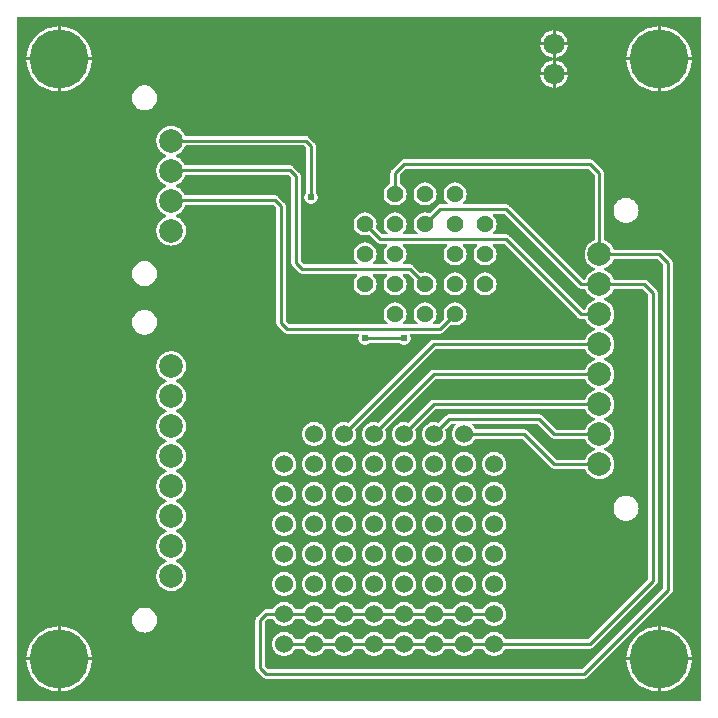
<source format=gbl>
G04 Layer: BottomLayer*
G04 Panelize: , Column: 2, Row: 2, Board Size: 58.42mm x 58.42mm, Panelized Board Size: 118.84mm x 118.84mm*
G04 EasyEDA v6.5.34, 2023-08-08 00:03:29*
G04 60ba9355530941958d7498b2467ee319,5a6b42c53f6a479593ecc07194224c93,10*
G04 Gerber Generator version 0.2*
G04 Scale: 100 percent, Rotated: No, Reflected: No *
G04 Dimensions in millimeters *
G04 leading zeros omitted , absolute positions ,4 integer and 5 decimal *
%FSLAX45Y45*%
%MOMM*%

%ADD10C,0.2540*%
%ADD11C,1.4300*%
%ADD12C,5.0000*%
%ADD13C,1.8000*%
%ADD14C,2.0000*%
%ADD15C,1.5240*%
%ADD16C,0.6096*%
%ADD17C,0.0170*%

%LPD*%
G36*
X5805932Y25908D02*
G01*
X36068Y26416D01*
X32156Y27178D01*
X28905Y29362D01*
X26670Y32664D01*
X25908Y36576D01*
X25908Y5805932D01*
X26670Y5809843D01*
X28905Y5813094D01*
X32156Y5815330D01*
X36068Y5816092D01*
X5805932Y5816092D01*
X5809843Y5815330D01*
X5813094Y5813094D01*
X5815330Y5809843D01*
X5816092Y5805932D01*
X5816092Y36068D01*
X5815330Y32207D01*
X5813094Y28905D01*
X5809843Y26670D01*
G37*

%LPC*%
G36*
X4584700Y5600700D02*
G01*
X4687112Y5600700D01*
X4686960Y5602528D01*
X4684268Y5616803D01*
X4679746Y5630672D01*
X4673549Y5643829D01*
X4665776Y5656122D01*
X4656480Y5667349D01*
X4645863Y5677306D01*
X4634077Y5685840D01*
X4621326Y5692851D01*
X4607814Y5698236D01*
X4593691Y5701842D01*
X4584700Y5702960D01*
G37*
G36*
X393700Y105562D02*
G01*
X398322Y105664D01*
X421284Y108051D01*
X443992Y112369D01*
X466242Y118618D01*
X487934Y126644D01*
X508812Y136499D01*
X528828Y148031D01*
X547827Y161239D01*
X565607Y175971D01*
X582117Y192125D01*
X597204Y209600D01*
X610819Y228295D01*
X622757Y248107D01*
X633018Y268782D01*
X641553Y290271D01*
X648208Y312369D01*
X653034Y334975D01*
X655929Y357936D01*
X656336Y368300D01*
X393700Y368300D01*
G37*
G36*
X5448300Y105613D02*
G01*
X5448300Y368300D01*
X5185410Y368300D01*
X5187289Y346405D01*
X5191150Y323646D01*
X5196890Y301244D01*
X5204460Y279450D01*
X5213858Y258317D01*
X5224983Y238099D01*
X5237784Y218846D01*
X5252161Y200710D01*
X5267960Y183896D01*
X5285130Y168402D01*
X5303520Y154432D01*
X5323027Y142087D01*
X5343499Y131368D01*
X5364835Y122428D01*
X5386781Y115265D01*
X5409285Y109982D01*
X5432145Y106629D01*
G37*
G36*
X368300Y105613D02*
G01*
X368300Y368300D01*
X105410Y368300D01*
X107289Y346405D01*
X111150Y323646D01*
X116890Y301244D01*
X124460Y279450D01*
X133858Y258317D01*
X144983Y238099D01*
X157784Y218846D01*
X172161Y200710D01*
X187960Y183896D01*
X205130Y168402D01*
X223520Y154432D01*
X243027Y142087D01*
X263499Y131368D01*
X284835Y122428D01*
X306781Y115265D01*
X329285Y109982D01*
X352145Y106629D01*
G37*
G36*
X2134108Y215392D02*
G01*
X4825492Y215392D01*
X4833518Y216204D01*
X4840732Y218389D01*
X4847386Y221945D01*
X4853635Y227075D01*
X5564124Y937564D01*
X5569254Y943762D01*
X5572810Y950468D01*
X5574995Y957681D01*
X5575808Y965708D01*
X5575808Y3733292D01*
X5574995Y3741318D01*
X5572810Y3748532D01*
X5569254Y3755237D01*
X5564124Y3761435D01*
X5491429Y3834129D01*
X5485180Y3839260D01*
X5478526Y3842816D01*
X5471312Y3845001D01*
X5463286Y3845814D01*
X5083556Y3845814D01*
X5079796Y3846525D01*
X5076545Y3848658D01*
X5074310Y3851808D01*
X5068062Y3865676D01*
X5060188Y3878732D01*
X5050840Y3890670D01*
X5040071Y3901440D01*
X5028082Y3910787D01*
X5015077Y3918661D01*
X5001158Y3924909D01*
X4998008Y3927144D01*
X4995926Y3930396D01*
X4995214Y3934206D01*
X4995214Y4491685D01*
X4994402Y4499711D01*
X4992217Y4506976D01*
X4988661Y4513630D01*
X4983530Y4519828D01*
X4904435Y4598924D01*
X4898186Y4604054D01*
X4891532Y4607610D01*
X4884318Y4609795D01*
X4876292Y4610608D01*
X3302508Y4610608D01*
X3294481Y4609795D01*
X3287217Y4607610D01*
X3280562Y4604054D01*
X3274364Y4598924D01*
X3198825Y4523435D01*
X3193745Y4517186D01*
X3190189Y4510532D01*
X3187954Y4503318D01*
X3187192Y4495292D01*
X3187192Y4413808D01*
X3186430Y4409998D01*
X3184296Y4406696D01*
X3180994Y4404461D01*
X3169615Y4397552D01*
X3159302Y4389170D01*
X3150260Y4379468D01*
X3142589Y4368596D01*
X3136493Y4356811D01*
X3132023Y4344263D01*
X3129330Y4331258D01*
X3128416Y4318000D01*
X3129330Y4304741D01*
X3132023Y4291736D01*
X3136493Y4279188D01*
X3142589Y4267403D01*
X3150260Y4256532D01*
X3159302Y4246829D01*
X3169615Y4238447D01*
X3180994Y4231538D01*
X3193186Y4226255D01*
X3205988Y4222648D01*
X3219145Y4220819D01*
X3232454Y4220819D01*
X3245612Y4222648D01*
X3258413Y4226255D01*
X3270605Y4231538D01*
X3281934Y4238447D01*
X3292246Y4246829D01*
X3301339Y4256532D01*
X3309010Y4267403D01*
X3315106Y4279188D01*
X3319576Y4291736D01*
X3322269Y4304741D01*
X3323183Y4318000D01*
X3322269Y4331258D01*
X3319576Y4344263D01*
X3315106Y4356811D01*
X3309010Y4368596D01*
X3301339Y4379468D01*
X3292246Y4389170D01*
X3281934Y4397552D01*
X3270503Y4404512D01*
X3267303Y4406696D01*
X3265170Y4409998D01*
X3264408Y4413808D01*
X3264408Y4475581D01*
X3265170Y4479493D01*
X3267354Y4482795D01*
X3315004Y4530394D01*
X3318306Y4532630D01*
X3322167Y4533392D01*
X4856581Y4533392D01*
X4860493Y4532630D01*
X4863795Y4530394D01*
X4915001Y4479188D01*
X4917186Y4475886D01*
X4917998Y4471974D01*
X4917998Y3934206D01*
X4917236Y3930396D01*
X4915154Y3927144D01*
X4912004Y3924909D01*
X4898085Y3918661D01*
X4885080Y3910787D01*
X4873091Y3901440D01*
X4862372Y3890670D01*
X4852974Y3878732D01*
X4845100Y3865676D01*
X4838903Y3851859D01*
X4834382Y3837330D01*
X4831638Y3822395D01*
X4830724Y3807206D01*
X4831638Y3792016D01*
X4834382Y3777081D01*
X4838903Y3762552D01*
X4845100Y3748684D01*
X4852974Y3735679D01*
X4862372Y3723741D01*
X4873091Y3712972D01*
X4885080Y3703574D01*
X4898085Y3695750D01*
X4912004Y3689451D01*
X4915154Y3687216D01*
X4917287Y3684015D01*
X4917998Y3680206D01*
X4917287Y3676396D01*
X4915154Y3673144D01*
X4912004Y3670909D01*
X4898085Y3664661D01*
X4885080Y3656787D01*
X4873091Y3647440D01*
X4862372Y3636670D01*
X4852974Y3624732D01*
X4845100Y3611676D01*
X4838852Y3597808D01*
X4836617Y3594658D01*
X4833416Y3592525D01*
X4829606Y3591814D01*
X4823561Y3591814D01*
X4819700Y3592576D01*
X4816398Y3594811D01*
X4193235Y4217924D01*
X4187037Y4223054D01*
X4180332Y4226610D01*
X4173118Y4228795D01*
X4165092Y4229608D01*
X3807561Y4229608D01*
X3803751Y4230370D01*
X3800449Y4232503D01*
X3798265Y4235704D01*
X3797401Y4239514D01*
X3798062Y4243374D01*
X3800144Y4246676D01*
X3809339Y4256532D01*
X3817010Y4267403D01*
X3823106Y4279188D01*
X3827576Y4291736D01*
X3830269Y4304741D01*
X3831183Y4318000D01*
X3830269Y4331258D01*
X3827576Y4344263D01*
X3823106Y4356811D01*
X3817010Y4368596D01*
X3809339Y4379468D01*
X3800246Y4389170D01*
X3789934Y4397552D01*
X3778605Y4404461D01*
X3766413Y4409744D01*
X3753612Y4413351D01*
X3740454Y4415129D01*
X3727145Y4415129D01*
X3713987Y4413351D01*
X3701186Y4409744D01*
X3688994Y4404461D01*
X3677615Y4397552D01*
X3667302Y4389170D01*
X3658260Y4379468D01*
X3650589Y4368596D01*
X3644493Y4356811D01*
X3640023Y4344263D01*
X3637330Y4331258D01*
X3636416Y4318000D01*
X3637330Y4304741D01*
X3640023Y4291736D01*
X3644493Y4279188D01*
X3650589Y4267403D01*
X3658260Y4256532D01*
X3667455Y4246676D01*
X3669487Y4243374D01*
X3670147Y4239514D01*
X3669334Y4235704D01*
X3667099Y4232503D01*
X3663848Y4230370D01*
X3659987Y4229608D01*
X3607308Y4229608D01*
X3599281Y4228795D01*
X3592017Y4226610D01*
X3585362Y4223054D01*
X3579164Y4217924D01*
X3520186Y4158945D01*
X3517239Y4156913D01*
X3513785Y4155998D01*
X3510229Y4156354D01*
X3499612Y4159351D01*
X3486454Y4161129D01*
X3473145Y4161129D01*
X3459987Y4159351D01*
X3447186Y4155744D01*
X3434994Y4150461D01*
X3423615Y4143552D01*
X3413302Y4135170D01*
X3404260Y4125468D01*
X3396589Y4114596D01*
X3390493Y4102811D01*
X3386023Y4090263D01*
X3383330Y4077258D01*
X3382416Y4064000D01*
X3383330Y4050741D01*
X3386023Y4037736D01*
X3390493Y4025188D01*
X3396589Y4013403D01*
X3404260Y4002532D01*
X3413455Y3992727D01*
X3415487Y3989374D01*
X3416147Y3985514D01*
X3415334Y3981704D01*
X3413099Y3978503D01*
X3409848Y3976370D01*
X3405987Y3975608D01*
X3299561Y3975608D01*
X3295751Y3976370D01*
X3292500Y3978503D01*
X3290265Y3981704D01*
X3289401Y3985514D01*
X3290062Y3989374D01*
X3292144Y3992727D01*
X3301339Y4002532D01*
X3309010Y4013403D01*
X3315106Y4025188D01*
X3319576Y4037736D01*
X3322269Y4050741D01*
X3323183Y4064000D01*
X3322269Y4077258D01*
X3319576Y4090263D01*
X3315106Y4102811D01*
X3309010Y4114596D01*
X3301339Y4125468D01*
X3292246Y4135170D01*
X3281934Y4143552D01*
X3270605Y4150461D01*
X3258413Y4155744D01*
X3245612Y4159351D01*
X3232454Y4161129D01*
X3219145Y4161129D01*
X3205988Y4159351D01*
X3193186Y4155744D01*
X3180994Y4150461D01*
X3169615Y4143552D01*
X3159302Y4135170D01*
X3150260Y4125468D01*
X3142589Y4114596D01*
X3136493Y4102811D01*
X3132023Y4090263D01*
X3129330Y4077258D01*
X3128416Y4064000D01*
X3129330Y4050741D01*
X3132023Y4037736D01*
X3136493Y4025188D01*
X3142589Y4013403D01*
X3150260Y4002532D01*
X3159455Y3992727D01*
X3161487Y3989374D01*
X3162147Y3985514D01*
X3161334Y3981704D01*
X3159099Y3978503D01*
X3155848Y3976370D01*
X3151987Y3975608D01*
X3119018Y3975608D01*
X3115106Y3976370D01*
X3111804Y3978605D01*
X3066745Y4023664D01*
X3064611Y4026814D01*
X3063748Y4030522D01*
X3064357Y4034282D01*
X3065576Y4037736D01*
X3068269Y4050741D01*
X3069183Y4064000D01*
X3068269Y4077258D01*
X3065576Y4090263D01*
X3061106Y4102811D01*
X3055010Y4114596D01*
X3047339Y4125468D01*
X3038246Y4135170D01*
X3027934Y4143552D01*
X3016605Y4150461D01*
X3004413Y4155744D01*
X2991612Y4159351D01*
X2978454Y4161129D01*
X2965145Y4161129D01*
X2951988Y4159351D01*
X2939186Y4155744D01*
X2926994Y4150461D01*
X2915615Y4143552D01*
X2905302Y4135170D01*
X2896260Y4125468D01*
X2888589Y4114596D01*
X2882493Y4102811D01*
X2878023Y4090263D01*
X2875330Y4077258D01*
X2874416Y4064000D01*
X2875330Y4050741D01*
X2878023Y4037736D01*
X2882493Y4025188D01*
X2888589Y4013403D01*
X2896260Y4002532D01*
X2905302Y3992829D01*
X2915615Y3984447D01*
X2926994Y3977538D01*
X2939186Y3972255D01*
X2951988Y3968648D01*
X2965145Y3966819D01*
X2978454Y3966819D01*
X2991612Y3968648D01*
X3002229Y3971645D01*
X3005785Y3971950D01*
X3009239Y3971086D01*
X3012186Y3969004D01*
X3071164Y3910076D01*
X3077362Y3904945D01*
X3084068Y3901389D01*
X3091281Y3899204D01*
X3099308Y3898392D01*
X3152038Y3898392D01*
X3155848Y3897629D01*
X3159099Y3895496D01*
X3161334Y3892296D01*
X3162198Y3888486D01*
X3161538Y3884625D01*
X3159455Y3881272D01*
X3150260Y3871468D01*
X3142589Y3860596D01*
X3136493Y3848811D01*
X3132023Y3836263D01*
X3129330Y3823258D01*
X3128416Y3810000D01*
X3129330Y3796741D01*
X3132023Y3783736D01*
X3136493Y3771188D01*
X3142589Y3759403D01*
X3150260Y3748532D01*
X3159455Y3738676D01*
X3161487Y3735374D01*
X3162147Y3731514D01*
X3161334Y3727704D01*
X3159099Y3724503D01*
X3155848Y3722370D01*
X3151987Y3721608D01*
X3045561Y3721608D01*
X3041751Y3722370D01*
X3038449Y3724503D01*
X3036265Y3727704D01*
X3035401Y3731514D01*
X3036062Y3735374D01*
X3038144Y3738676D01*
X3047339Y3748532D01*
X3055010Y3759403D01*
X3061106Y3771188D01*
X3065576Y3783736D01*
X3068269Y3796741D01*
X3069183Y3810000D01*
X3068269Y3823258D01*
X3065576Y3836263D01*
X3061106Y3848811D01*
X3055010Y3860596D01*
X3047339Y3871468D01*
X3038246Y3881170D01*
X3027934Y3889552D01*
X3016605Y3896461D01*
X3004413Y3901744D01*
X2991612Y3905351D01*
X2978454Y3907129D01*
X2965145Y3907129D01*
X2951988Y3905351D01*
X2939186Y3901744D01*
X2926994Y3896461D01*
X2915615Y3889552D01*
X2905302Y3881170D01*
X2896260Y3871468D01*
X2888589Y3860596D01*
X2882493Y3848811D01*
X2878023Y3836263D01*
X2875330Y3823258D01*
X2874416Y3810000D01*
X2875330Y3796741D01*
X2878023Y3783736D01*
X2882493Y3771188D01*
X2888589Y3759403D01*
X2896260Y3748532D01*
X2905455Y3738676D01*
X2907487Y3735374D01*
X2908147Y3731514D01*
X2907334Y3727704D01*
X2905099Y3724503D01*
X2901848Y3722370D01*
X2897987Y3721608D01*
X2458618Y3721608D01*
X2454706Y3722370D01*
X2451404Y3724554D01*
X2429154Y3746804D01*
X2426970Y3750106D01*
X2426208Y3753967D01*
X2426208Y4469892D01*
X2425395Y4477918D01*
X2423210Y4485132D01*
X2419654Y4491786D01*
X2414524Y4498035D01*
X2364435Y4548124D01*
X2358237Y4553254D01*
X2351532Y4556810D01*
X2344318Y4558995D01*
X2336292Y4559808D01*
X1454099Y4559808D01*
X1450289Y4560519D01*
X1447038Y4562652D01*
X1444802Y4565802D01*
X1441399Y4573422D01*
X1433525Y4586427D01*
X1424127Y4598416D01*
X1413408Y4609134D01*
X1401419Y4618532D01*
X1388414Y4626406D01*
X1374495Y4632655D01*
X1371346Y4634890D01*
X1369212Y4638141D01*
X1368501Y4641900D01*
X1369212Y4645710D01*
X1371346Y4648962D01*
X1374495Y4651197D01*
X1388414Y4657445D01*
X1401419Y4665319D01*
X1413408Y4674666D01*
X1424127Y4685436D01*
X1433525Y4697425D01*
X1441399Y4710430D01*
X1447647Y4724298D01*
X1449832Y4727448D01*
X1453083Y4729530D01*
X1456893Y4730292D01*
X2449880Y4730292D01*
X2453792Y4729530D01*
X2457094Y4727295D01*
X2472994Y4711395D01*
X2475230Y4708093D01*
X2475992Y4704181D01*
X2475992Y4337558D01*
X2475230Y4333697D01*
X2472994Y4330395D01*
X2471420Y4328820D01*
X2465781Y4320743D01*
X2461666Y4311853D01*
X2459126Y4302353D01*
X2458262Y4292600D01*
X2459126Y4282795D01*
X2461666Y4273296D01*
X2465781Y4264406D01*
X2471420Y4256379D01*
X2478379Y4249420D01*
X2486406Y4243781D01*
X2495346Y4239666D01*
X2504795Y4237075D01*
X2514600Y4236262D01*
X2524404Y4237075D01*
X2533853Y4239666D01*
X2542794Y4243781D01*
X2550820Y4249420D01*
X2557780Y4256379D01*
X2563418Y4264406D01*
X2567533Y4273296D01*
X2570073Y4282795D01*
X2570937Y4292600D01*
X2570073Y4302353D01*
X2567533Y4311853D01*
X2563418Y4320743D01*
X2557780Y4328820D01*
X2556154Y4330395D01*
X2553970Y4333697D01*
X2553208Y4337558D01*
X2553208Y4723892D01*
X2552395Y4731918D01*
X2550210Y4739132D01*
X2546654Y4745786D01*
X2541524Y4752035D01*
X2497734Y4795824D01*
X2491536Y4800955D01*
X2484831Y4804511D01*
X2477617Y4806696D01*
X2469591Y4807508D01*
X1456893Y4807508D01*
X1453134Y4808220D01*
X1449882Y4810353D01*
X1447647Y4813503D01*
X1441399Y4827422D01*
X1433525Y4840427D01*
X1424127Y4852416D01*
X1413408Y4863134D01*
X1401419Y4872532D01*
X1388414Y4880406D01*
X1374546Y4886604D01*
X1360017Y4891125D01*
X1345082Y4893868D01*
X1329893Y4894783D01*
X1314754Y4893868D01*
X1299768Y4891125D01*
X1285290Y4886604D01*
X1271422Y4880406D01*
X1258417Y4872532D01*
X1246428Y4863134D01*
X1235659Y4852416D01*
X1226312Y4840427D01*
X1218438Y4827422D01*
X1212189Y4813554D01*
X1207668Y4799025D01*
X1204925Y4784090D01*
X1204010Y4768900D01*
X1204925Y4753762D01*
X1207668Y4738776D01*
X1212189Y4724298D01*
X1218438Y4710430D01*
X1226312Y4697425D01*
X1235659Y4685436D01*
X1246428Y4674666D01*
X1258417Y4665319D01*
X1271422Y4657445D01*
X1285341Y4651197D01*
X1288491Y4648962D01*
X1290574Y4645710D01*
X1291336Y4641900D01*
X1290574Y4638141D01*
X1288491Y4634890D01*
X1285341Y4632655D01*
X1271422Y4626406D01*
X1258417Y4618532D01*
X1246428Y4609134D01*
X1235659Y4598416D01*
X1226312Y4586427D01*
X1218438Y4573422D01*
X1212189Y4559554D01*
X1207668Y4545025D01*
X1204925Y4530090D01*
X1204010Y4514900D01*
X1204925Y4499762D01*
X1207668Y4484776D01*
X1212189Y4470298D01*
X1218438Y4456430D01*
X1226312Y4443425D01*
X1235659Y4431436D01*
X1246428Y4420666D01*
X1258417Y4411319D01*
X1271422Y4403445D01*
X1285341Y4397197D01*
X1288491Y4394962D01*
X1290574Y4391710D01*
X1291336Y4387900D01*
X1290574Y4384141D01*
X1288491Y4380890D01*
X1285341Y4378655D01*
X1271422Y4372406D01*
X1258417Y4364532D01*
X1246428Y4355134D01*
X1235659Y4344416D01*
X1226312Y4332427D01*
X1218438Y4319422D01*
X1212189Y4305554D01*
X1207668Y4291025D01*
X1204925Y4276090D01*
X1204010Y4260900D01*
X1204925Y4245762D01*
X1207668Y4230776D01*
X1212189Y4216298D01*
X1218438Y4202430D01*
X1226312Y4189425D01*
X1235659Y4177436D01*
X1246428Y4166666D01*
X1258417Y4157319D01*
X1271422Y4149445D01*
X1285341Y4143197D01*
X1288491Y4140962D01*
X1290574Y4137710D01*
X1291336Y4133900D01*
X1290574Y4130141D01*
X1288491Y4126890D01*
X1285341Y4124655D01*
X1271422Y4118406D01*
X1258417Y4110532D01*
X1246428Y4101134D01*
X1235659Y4090415D01*
X1226312Y4078427D01*
X1218438Y4065422D01*
X1212189Y4051554D01*
X1207668Y4037025D01*
X1204925Y4022090D01*
X1204010Y4006900D01*
X1204925Y3991762D01*
X1207668Y3976776D01*
X1212189Y3962298D01*
X1218438Y3948429D01*
X1226312Y3935425D01*
X1235659Y3923436D01*
X1246428Y3912666D01*
X1258417Y3903319D01*
X1271422Y3895445D01*
X1285290Y3889197D01*
X1299768Y3884676D01*
X1314754Y3881932D01*
X1329893Y3881018D01*
X1345082Y3881932D01*
X1360017Y3884676D01*
X1374546Y3889197D01*
X1388414Y3895445D01*
X1401419Y3903319D01*
X1413408Y3912666D01*
X1424127Y3923436D01*
X1433525Y3935425D01*
X1441399Y3948429D01*
X1447596Y3962298D01*
X1452118Y3976776D01*
X1454861Y3991762D01*
X1455775Y4006900D01*
X1454861Y4022090D01*
X1452118Y4037025D01*
X1447596Y4051554D01*
X1441399Y4065422D01*
X1433525Y4078427D01*
X1424127Y4090415D01*
X1413408Y4101134D01*
X1401419Y4110532D01*
X1388414Y4118406D01*
X1374495Y4124655D01*
X1371346Y4126890D01*
X1369212Y4130141D01*
X1368501Y4133900D01*
X1369212Y4137710D01*
X1371346Y4140962D01*
X1374495Y4143197D01*
X1388414Y4149445D01*
X1401419Y4157319D01*
X1413408Y4166666D01*
X1424127Y4177436D01*
X1433525Y4189425D01*
X1441399Y4202430D01*
X1447596Y4216298D01*
X1449222Y4221429D01*
X1451305Y4225188D01*
X1454759Y4227677D01*
X1458925Y4228592D01*
X2189581Y4228592D01*
X2193493Y4227830D01*
X2196795Y4225594D01*
X2218994Y4203395D01*
X2221230Y4200093D01*
X2221992Y4196181D01*
X2221992Y3226308D01*
X2222804Y3218281D01*
X2224989Y3211068D01*
X2228545Y3204362D01*
X2233676Y3198164D01*
X2283764Y3148076D01*
X2289962Y3142945D01*
X2296668Y3139389D01*
X2303881Y3137204D01*
X2311908Y3136392D01*
X2911449Y3136392D01*
X2915412Y3135579D01*
X2918764Y3133293D01*
X2920949Y3129889D01*
X2921609Y3125876D01*
X2920644Y3121914D01*
X2918866Y3118053D01*
X2916326Y3108604D01*
X2915462Y3098800D01*
X2916326Y3088995D01*
X2918866Y3079546D01*
X2922981Y3070606D01*
X2928620Y3062579D01*
X2935579Y3055620D01*
X2943606Y3049981D01*
X2952546Y3045866D01*
X2961995Y3043326D01*
X2971800Y3042462D01*
X2981604Y3043326D01*
X2991053Y3045866D01*
X2999994Y3049981D01*
X3008020Y3055620D01*
X3009595Y3057194D01*
X3012897Y3059430D01*
X3016808Y3060192D01*
X3256991Y3060192D01*
X3260902Y3059430D01*
X3264204Y3057194D01*
X3265779Y3055620D01*
X3273806Y3049981D01*
X3282696Y3045866D01*
X3292195Y3043326D01*
X3302000Y3042462D01*
X3311753Y3043326D01*
X3321253Y3045866D01*
X3330143Y3049981D01*
X3338220Y3055620D01*
X3345179Y3062579D01*
X3350768Y3070606D01*
X3354933Y3079546D01*
X3357473Y3088995D01*
X3358337Y3098800D01*
X3357473Y3108604D01*
X3354933Y3118053D01*
X3353155Y3121914D01*
X3352190Y3125876D01*
X3352850Y3129889D01*
X3355035Y3133293D01*
X3358387Y3135579D01*
X3362350Y3136392D01*
X3606292Y3136392D01*
X3614318Y3137204D01*
X3621532Y3139389D01*
X3628237Y3142945D01*
X3634435Y3148076D01*
X3693414Y3207004D01*
X3696360Y3209086D01*
X3699814Y3209950D01*
X3703370Y3209645D01*
X3713987Y3206648D01*
X3727145Y3204819D01*
X3740454Y3204819D01*
X3753612Y3206648D01*
X3766413Y3210255D01*
X3778605Y3215538D01*
X3789934Y3222447D01*
X3800246Y3230829D01*
X3809339Y3240532D01*
X3817010Y3251403D01*
X3823106Y3263188D01*
X3827576Y3275736D01*
X3830269Y3288741D01*
X3831183Y3302000D01*
X3830269Y3315258D01*
X3827576Y3328263D01*
X3823106Y3340811D01*
X3817010Y3352596D01*
X3809339Y3363468D01*
X3800246Y3373170D01*
X3789934Y3381552D01*
X3778605Y3388461D01*
X3766413Y3393744D01*
X3753612Y3397351D01*
X3740454Y3399129D01*
X3727145Y3399129D01*
X3713987Y3397351D01*
X3701186Y3393744D01*
X3688994Y3388461D01*
X3677615Y3381552D01*
X3667302Y3373170D01*
X3658260Y3363468D01*
X3650589Y3352596D01*
X3644493Y3340811D01*
X3640023Y3328263D01*
X3637330Y3315258D01*
X3636416Y3302000D01*
X3637330Y3288741D01*
X3640023Y3275736D01*
X3641242Y3272231D01*
X3641851Y3268522D01*
X3640988Y3264814D01*
X3638854Y3261664D01*
X3593795Y3216605D01*
X3590493Y3214370D01*
X3586581Y3213608D01*
X3553561Y3213608D01*
X3549751Y3214370D01*
X3546500Y3216503D01*
X3544265Y3219704D01*
X3543401Y3223514D01*
X3544062Y3227374D01*
X3546144Y3230727D01*
X3555339Y3240532D01*
X3563010Y3251403D01*
X3569106Y3263188D01*
X3573576Y3275736D01*
X3576269Y3288741D01*
X3577183Y3302000D01*
X3576269Y3315258D01*
X3573576Y3328263D01*
X3569106Y3340811D01*
X3563010Y3352596D01*
X3555339Y3363468D01*
X3546246Y3373170D01*
X3535934Y3381552D01*
X3524605Y3388461D01*
X3512413Y3393744D01*
X3499612Y3397351D01*
X3486454Y3399129D01*
X3473145Y3399129D01*
X3459987Y3397351D01*
X3447186Y3393744D01*
X3434994Y3388461D01*
X3423615Y3381552D01*
X3413302Y3373170D01*
X3404260Y3363468D01*
X3396589Y3352596D01*
X3390493Y3340811D01*
X3386023Y3328263D01*
X3383330Y3315258D01*
X3382416Y3302000D01*
X3383330Y3288741D01*
X3386023Y3275736D01*
X3390493Y3263188D01*
X3396589Y3251403D01*
X3404260Y3240532D01*
X3413455Y3230727D01*
X3415487Y3227374D01*
X3416147Y3223514D01*
X3415334Y3219704D01*
X3413099Y3216503D01*
X3409848Y3214370D01*
X3405987Y3213608D01*
X3299561Y3213608D01*
X3295751Y3214370D01*
X3292500Y3216503D01*
X3290265Y3219704D01*
X3289401Y3223514D01*
X3290062Y3227374D01*
X3292144Y3230727D01*
X3301339Y3240532D01*
X3309010Y3251403D01*
X3315106Y3263188D01*
X3319576Y3275736D01*
X3322269Y3288741D01*
X3323183Y3302000D01*
X3322269Y3315258D01*
X3319576Y3328263D01*
X3315106Y3340811D01*
X3309010Y3352596D01*
X3301339Y3363468D01*
X3292246Y3373170D01*
X3281934Y3381552D01*
X3270605Y3388461D01*
X3258413Y3393744D01*
X3245612Y3397351D01*
X3232454Y3399129D01*
X3219145Y3399129D01*
X3205988Y3397351D01*
X3193186Y3393744D01*
X3180994Y3388461D01*
X3169615Y3381552D01*
X3159302Y3373170D01*
X3150260Y3363468D01*
X3142589Y3352596D01*
X3136493Y3340811D01*
X3132023Y3328263D01*
X3129330Y3315258D01*
X3128416Y3302000D01*
X3129330Y3288741D01*
X3132023Y3275736D01*
X3136493Y3263188D01*
X3142589Y3251403D01*
X3150260Y3240532D01*
X3159455Y3230727D01*
X3161487Y3227374D01*
X3162147Y3223514D01*
X3161334Y3219704D01*
X3159099Y3216503D01*
X3155848Y3214370D01*
X3151987Y3213608D01*
X2331618Y3213608D01*
X2327706Y3214370D01*
X2324404Y3216605D01*
X2302205Y3238804D01*
X2299970Y3242106D01*
X2299208Y3246018D01*
X2299208Y4215892D01*
X2298395Y4223918D01*
X2296210Y4231132D01*
X2292654Y4237837D01*
X2287524Y4244035D01*
X2237435Y4294124D01*
X2231237Y4299254D01*
X2224532Y4302810D01*
X2217318Y4304995D01*
X2209292Y4305808D01*
X1454099Y4305808D01*
X1450289Y4306519D01*
X1447038Y4308652D01*
X1444802Y4311802D01*
X1441399Y4319422D01*
X1433525Y4332427D01*
X1424127Y4344416D01*
X1413408Y4355134D01*
X1401419Y4364532D01*
X1388414Y4372406D01*
X1374495Y4378655D01*
X1371346Y4380890D01*
X1369212Y4384141D01*
X1368501Y4387900D01*
X1369212Y4391710D01*
X1371346Y4394962D01*
X1374495Y4397197D01*
X1388414Y4403445D01*
X1401419Y4411319D01*
X1413408Y4420666D01*
X1424127Y4431436D01*
X1433525Y4443425D01*
X1441399Y4456430D01*
X1447596Y4470298D01*
X1449222Y4475429D01*
X1451305Y4479137D01*
X1454759Y4481677D01*
X1458925Y4482592D01*
X2316581Y4482592D01*
X2320493Y4481830D01*
X2323795Y4479594D01*
X2345994Y4457395D01*
X2348230Y4454093D01*
X2348992Y4450181D01*
X2348992Y3734308D01*
X2349754Y3726281D01*
X2351989Y3719017D01*
X2355545Y3712362D01*
X2360625Y3706114D01*
X2410764Y3656025D01*
X2416962Y3650945D01*
X2423617Y3647389D01*
X2430881Y3645154D01*
X2438908Y3644392D01*
X2897987Y3644392D01*
X2901848Y3643629D01*
X2905099Y3641496D01*
X2907334Y3638296D01*
X2908147Y3634435D01*
X2907487Y3630625D01*
X2905455Y3627272D01*
X2896260Y3617468D01*
X2888589Y3606596D01*
X2882493Y3594811D01*
X2878023Y3582263D01*
X2875330Y3569258D01*
X2874416Y3556000D01*
X2875330Y3542741D01*
X2878023Y3529736D01*
X2882493Y3517188D01*
X2888589Y3505403D01*
X2896260Y3494532D01*
X2905302Y3484829D01*
X2915615Y3476447D01*
X2926994Y3469538D01*
X2939186Y3464255D01*
X2951988Y3460648D01*
X2965145Y3458819D01*
X2978454Y3458819D01*
X2991612Y3460648D01*
X3004413Y3464255D01*
X3016605Y3469538D01*
X3027934Y3476447D01*
X3038246Y3484829D01*
X3047339Y3494532D01*
X3055010Y3505403D01*
X3061106Y3517188D01*
X3065576Y3529736D01*
X3068269Y3542741D01*
X3069183Y3556000D01*
X3068269Y3569258D01*
X3065576Y3582263D01*
X3061106Y3594811D01*
X3055010Y3606596D01*
X3047339Y3617468D01*
X3038144Y3627272D01*
X3036062Y3630625D01*
X3035401Y3634435D01*
X3036265Y3638296D01*
X3038449Y3641496D01*
X3041751Y3643629D01*
X3045561Y3644392D01*
X3151987Y3644392D01*
X3155848Y3643629D01*
X3159099Y3641496D01*
X3161334Y3638296D01*
X3162147Y3634435D01*
X3161487Y3630625D01*
X3159455Y3627272D01*
X3150260Y3617468D01*
X3142589Y3606596D01*
X3136493Y3594811D01*
X3132023Y3582263D01*
X3129330Y3569258D01*
X3128416Y3556000D01*
X3129330Y3542741D01*
X3132023Y3529736D01*
X3136493Y3517188D01*
X3142589Y3505403D01*
X3150260Y3494532D01*
X3159302Y3484829D01*
X3169615Y3476447D01*
X3180994Y3469538D01*
X3193186Y3464255D01*
X3205988Y3460648D01*
X3219145Y3458819D01*
X3232454Y3458819D01*
X3245612Y3460648D01*
X3258413Y3464255D01*
X3270605Y3469538D01*
X3281934Y3476447D01*
X3292246Y3484829D01*
X3301339Y3494532D01*
X3309010Y3505403D01*
X3315106Y3517188D01*
X3319576Y3529736D01*
X3322269Y3542741D01*
X3323183Y3556000D01*
X3322269Y3569258D01*
X3319576Y3582263D01*
X3315106Y3594811D01*
X3309010Y3606596D01*
X3301339Y3617468D01*
X3292144Y3627272D01*
X3290062Y3630625D01*
X3289401Y3634435D01*
X3290265Y3638296D01*
X3292449Y3641496D01*
X3295751Y3643629D01*
X3299561Y3644392D01*
X3332581Y3644392D01*
X3336493Y3643629D01*
X3339795Y3641394D01*
X3384854Y3596335D01*
X3386988Y3593185D01*
X3387851Y3589477D01*
X3387242Y3585718D01*
X3386023Y3582263D01*
X3383330Y3569258D01*
X3382416Y3556000D01*
X3383330Y3542741D01*
X3386023Y3529736D01*
X3390493Y3517188D01*
X3396589Y3505403D01*
X3404260Y3494532D01*
X3413302Y3484829D01*
X3423615Y3476447D01*
X3434994Y3469538D01*
X3447186Y3464255D01*
X3459987Y3460648D01*
X3473145Y3458819D01*
X3486454Y3458819D01*
X3499612Y3460648D01*
X3512413Y3464255D01*
X3524605Y3469538D01*
X3535934Y3476447D01*
X3546246Y3484829D01*
X3555339Y3494532D01*
X3563010Y3505403D01*
X3569106Y3517188D01*
X3573576Y3529736D01*
X3576269Y3542741D01*
X3577183Y3556000D01*
X3576269Y3569258D01*
X3573576Y3582263D01*
X3569106Y3594811D01*
X3563010Y3606596D01*
X3555339Y3617468D01*
X3546246Y3627170D01*
X3535934Y3635552D01*
X3524605Y3642461D01*
X3512413Y3647744D01*
X3499612Y3651351D01*
X3486454Y3653129D01*
X3473145Y3653129D01*
X3459987Y3651351D01*
X3449370Y3648354D01*
X3445814Y3647998D01*
X3442360Y3648913D01*
X3439414Y3650945D01*
X3380435Y3709924D01*
X3374237Y3715054D01*
X3367532Y3718610D01*
X3360318Y3720795D01*
X3352292Y3721608D01*
X3299561Y3721608D01*
X3295751Y3722370D01*
X3292449Y3724503D01*
X3290265Y3727704D01*
X3289401Y3731514D01*
X3290062Y3735374D01*
X3292144Y3738676D01*
X3301339Y3748532D01*
X3309010Y3759403D01*
X3315106Y3771188D01*
X3319576Y3783736D01*
X3322269Y3796741D01*
X3323183Y3810000D01*
X3322269Y3823258D01*
X3319576Y3836263D01*
X3315106Y3848811D01*
X3309010Y3860596D01*
X3301339Y3871468D01*
X3292144Y3881272D01*
X3290062Y3884625D01*
X3289401Y3888486D01*
X3290265Y3892296D01*
X3292449Y3895496D01*
X3295751Y3897629D01*
X3299561Y3898392D01*
X3660038Y3898392D01*
X3663848Y3897629D01*
X3667099Y3895496D01*
X3669334Y3892296D01*
X3670198Y3888486D01*
X3669537Y3884625D01*
X3667455Y3881272D01*
X3658260Y3871468D01*
X3650589Y3860596D01*
X3644493Y3848811D01*
X3640023Y3836263D01*
X3637330Y3823258D01*
X3636416Y3810000D01*
X3637330Y3796741D01*
X3640023Y3783736D01*
X3644493Y3771188D01*
X3650589Y3759403D01*
X3658260Y3748532D01*
X3667302Y3738829D01*
X3677615Y3730447D01*
X3688994Y3723538D01*
X3701186Y3718255D01*
X3713987Y3714648D01*
X3727145Y3712819D01*
X3740454Y3712819D01*
X3753612Y3714648D01*
X3766413Y3718255D01*
X3778605Y3723538D01*
X3789934Y3730447D01*
X3800246Y3738829D01*
X3809339Y3748532D01*
X3817010Y3759403D01*
X3823106Y3771188D01*
X3827576Y3783736D01*
X3830269Y3796741D01*
X3831183Y3810000D01*
X3830269Y3823258D01*
X3827576Y3836263D01*
X3823106Y3848811D01*
X3817010Y3860596D01*
X3809339Y3871468D01*
X3800144Y3881272D01*
X3798062Y3884625D01*
X3797401Y3888486D01*
X3798265Y3892296D01*
X3800449Y3895496D01*
X3803751Y3897629D01*
X3807561Y3898392D01*
X3914038Y3898392D01*
X3917848Y3897629D01*
X3921099Y3895496D01*
X3923334Y3892296D01*
X3924198Y3888486D01*
X3923537Y3884625D01*
X3921455Y3881272D01*
X3912260Y3871468D01*
X3904589Y3860596D01*
X3898493Y3848811D01*
X3894023Y3836263D01*
X3891330Y3823258D01*
X3890416Y3810000D01*
X3891330Y3796741D01*
X3894023Y3783736D01*
X3898493Y3771188D01*
X3904589Y3759403D01*
X3912260Y3748532D01*
X3921302Y3738829D01*
X3931615Y3730447D01*
X3942994Y3723538D01*
X3955186Y3718255D01*
X3967987Y3714648D01*
X3981145Y3712819D01*
X3994454Y3712819D01*
X4007612Y3714648D01*
X4020413Y3718255D01*
X4032605Y3723538D01*
X4043934Y3730447D01*
X4054246Y3738829D01*
X4063339Y3748532D01*
X4071010Y3759403D01*
X4077106Y3771188D01*
X4081576Y3783736D01*
X4084269Y3796741D01*
X4085183Y3810000D01*
X4084269Y3823258D01*
X4081576Y3836263D01*
X4077106Y3848811D01*
X4071010Y3860596D01*
X4063339Y3871468D01*
X4054144Y3881272D01*
X4052062Y3884625D01*
X4051401Y3888486D01*
X4052265Y3892296D01*
X4054449Y3895496D01*
X4057751Y3897629D01*
X4061561Y3898392D01*
X4145381Y3898392D01*
X4149293Y3897629D01*
X4152595Y3895394D01*
X4765548Y3282442D01*
X4768545Y3277768D01*
X4773320Y3271926D01*
X4779162Y3267151D01*
X4785868Y3263595D01*
X4793081Y3261410D01*
X4801108Y3260598D01*
X4829606Y3260598D01*
X4833366Y3259886D01*
X4836617Y3257753D01*
X4838852Y3254603D01*
X4845100Y3240684D01*
X4852974Y3227679D01*
X4862372Y3215741D01*
X4873091Y3204972D01*
X4885080Y3195574D01*
X4898085Y3187750D01*
X4912004Y3181451D01*
X4915154Y3179216D01*
X4917287Y3176016D01*
X4917998Y3172206D01*
X4917287Y3168396D01*
X4915154Y3165144D01*
X4912004Y3162909D01*
X4898085Y3156661D01*
X4885080Y3148787D01*
X4873091Y3139440D01*
X4862372Y3128670D01*
X4852974Y3116732D01*
X4845100Y3103676D01*
X4838852Y3089808D01*
X4836617Y3086658D01*
X4833416Y3084525D01*
X4829606Y3083814D01*
X3553714Y3083814D01*
X3545687Y3083001D01*
X3538474Y3080816D01*
X3531768Y3077260D01*
X3525570Y3072130D01*
X2837992Y2384602D01*
X2834894Y2382469D01*
X2831185Y2381605D01*
X2827477Y2382164D01*
X2820974Y2384450D01*
X2807614Y2387142D01*
X2794000Y2388057D01*
X2780385Y2387142D01*
X2767025Y2384450D01*
X2754122Y2379980D01*
X2741980Y2373833D01*
X2730754Y2366111D01*
X2720594Y2356967D01*
X2711805Y2346553D01*
X2704490Y2335022D01*
X2698750Y2322677D01*
X2694686Y2309672D01*
X2692450Y2296210D01*
X2691993Y2282596D01*
X2693314Y2268982D01*
X2696514Y2255723D01*
X2701391Y2243023D01*
X2707944Y2231034D01*
X2716022Y2220061D01*
X2725521Y2210257D01*
X2736240Y2201824D01*
X2747975Y2194864D01*
X2760522Y2189530D01*
X2773680Y2185924D01*
X2787192Y2184146D01*
X2800807Y2184146D01*
X2814320Y2185924D01*
X2827477Y2189530D01*
X2840024Y2194864D01*
X2851759Y2201824D01*
X2862478Y2210257D01*
X2871978Y2220061D01*
X2880055Y2231034D01*
X2886608Y2243023D01*
X2891485Y2255723D01*
X2894685Y2268982D01*
X2896006Y2282596D01*
X2895549Y2296210D01*
X2893314Y2309672D01*
X2890113Y2319883D01*
X2889707Y2323490D01*
X2890570Y2327046D01*
X2892653Y2330043D01*
X3566210Y3003600D01*
X3569512Y3005836D01*
X3573424Y3006598D01*
X4829606Y3006598D01*
X4833366Y3005886D01*
X4836617Y3003753D01*
X4838852Y3000603D01*
X4845100Y2986684D01*
X4852974Y2973679D01*
X4862372Y2961741D01*
X4873091Y2950972D01*
X4885080Y2941574D01*
X4898085Y2933750D01*
X4912004Y2927451D01*
X4915154Y2925216D01*
X4917287Y2922016D01*
X4917998Y2918206D01*
X4917287Y2914396D01*
X4915154Y2911144D01*
X4912004Y2908909D01*
X4898085Y2902661D01*
X4885080Y2894787D01*
X4873091Y2885440D01*
X4862372Y2874670D01*
X4852974Y2862732D01*
X4845100Y2849676D01*
X4838852Y2835808D01*
X4836617Y2832658D01*
X4833416Y2830525D01*
X4829606Y2829814D01*
X3553714Y2829814D01*
X3545687Y2829001D01*
X3538474Y2826816D01*
X3531768Y2823260D01*
X3525570Y2818130D01*
X3091992Y2384602D01*
X3088894Y2382469D01*
X3085185Y2381605D01*
X3081477Y2382164D01*
X3074974Y2384450D01*
X3061614Y2387142D01*
X3048000Y2388057D01*
X3034385Y2387142D01*
X3021025Y2384450D01*
X3008122Y2379980D01*
X2995980Y2373833D01*
X2984754Y2366111D01*
X2974594Y2356967D01*
X2965805Y2346553D01*
X2958490Y2335022D01*
X2952750Y2322677D01*
X2948686Y2309672D01*
X2946450Y2296210D01*
X2945993Y2282596D01*
X2947314Y2268982D01*
X2950514Y2255723D01*
X2955391Y2243023D01*
X2961944Y2231034D01*
X2970022Y2220061D01*
X2979521Y2210257D01*
X2990240Y2201824D01*
X3001975Y2194864D01*
X3014522Y2189530D01*
X3027680Y2185924D01*
X3041192Y2184146D01*
X3054807Y2184146D01*
X3068320Y2185924D01*
X3081477Y2189530D01*
X3094024Y2194864D01*
X3105759Y2201824D01*
X3116478Y2210257D01*
X3125978Y2220061D01*
X3134055Y2231034D01*
X3140608Y2243023D01*
X3145485Y2255723D01*
X3148685Y2268982D01*
X3150006Y2282596D01*
X3149549Y2296210D01*
X3147314Y2309672D01*
X3144113Y2319883D01*
X3143707Y2323490D01*
X3144570Y2327046D01*
X3146653Y2330043D01*
X3566210Y2749600D01*
X3569512Y2751836D01*
X3573424Y2752598D01*
X4829606Y2752598D01*
X4833366Y2751886D01*
X4836617Y2749753D01*
X4838852Y2746603D01*
X4845100Y2732684D01*
X4852974Y2719679D01*
X4862372Y2707741D01*
X4873091Y2696972D01*
X4885080Y2687574D01*
X4898085Y2679750D01*
X4912004Y2673451D01*
X4915154Y2671216D01*
X4917287Y2668016D01*
X4917998Y2664206D01*
X4917287Y2660396D01*
X4915154Y2657144D01*
X4912004Y2654909D01*
X4898085Y2648661D01*
X4885080Y2640787D01*
X4873091Y2631440D01*
X4862372Y2620670D01*
X4852974Y2608732D01*
X4845100Y2595676D01*
X4838852Y2581808D01*
X4836617Y2578658D01*
X4833416Y2576525D01*
X4829606Y2575814D01*
X3553764Y2575814D01*
X3545738Y2575001D01*
X3538524Y2572816D01*
X3531870Y2569260D01*
X3525621Y2564130D01*
X3345992Y2384501D01*
X3342894Y2382418D01*
X3339236Y2381554D01*
X3335477Y2382113D01*
X3328974Y2384348D01*
X3315614Y2387092D01*
X3302000Y2388006D01*
X3288385Y2387092D01*
X3275025Y2384348D01*
X3262122Y2379878D01*
X3249980Y2373731D01*
X3238754Y2366010D01*
X3228594Y2356866D01*
X3219805Y2346452D01*
X3212490Y2334971D01*
X3206750Y2322626D01*
X3202686Y2309571D01*
X3200450Y2296109D01*
X3199993Y2282494D01*
X3201314Y2268931D01*
X3204514Y2255672D01*
X3209391Y2242921D01*
X3215944Y2230983D01*
X3224022Y2220010D01*
X3233521Y2210206D01*
X3244240Y2201773D01*
X3255975Y2194814D01*
X3268522Y2189480D01*
X3281679Y2185873D01*
X3295192Y2184044D01*
X3308807Y2184044D01*
X3322320Y2185873D01*
X3335477Y2189480D01*
X3348024Y2194814D01*
X3359759Y2201773D01*
X3370478Y2210206D01*
X3379978Y2220010D01*
X3388055Y2230983D01*
X3394608Y2242921D01*
X3399485Y2255672D01*
X3402685Y2268931D01*
X3404006Y2282494D01*
X3403549Y2296109D01*
X3401314Y2309571D01*
X3398113Y2319782D01*
X3397707Y2323439D01*
X3398570Y2326995D01*
X3400653Y2329992D01*
X3566312Y2495600D01*
X3569614Y2497836D01*
X3573475Y2498598D01*
X4829606Y2498598D01*
X4833366Y2497886D01*
X4836617Y2495753D01*
X4838852Y2492603D01*
X4845100Y2478684D01*
X4852974Y2465679D01*
X4862372Y2453741D01*
X4873091Y2442972D01*
X4885080Y2433574D01*
X4898085Y2425750D01*
X4912004Y2419451D01*
X4915154Y2417216D01*
X4917287Y2414016D01*
X4917998Y2410206D01*
X4917287Y2406396D01*
X4915154Y2403144D01*
X4912004Y2400909D01*
X4898085Y2394661D01*
X4885080Y2386787D01*
X4873091Y2377440D01*
X4862372Y2366670D01*
X4852974Y2354732D01*
X4845100Y2341676D01*
X4838852Y2327808D01*
X4836617Y2324658D01*
X4833416Y2322525D01*
X4829606Y2321814D01*
X4594961Y2321814D01*
X4591100Y2322576D01*
X4587798Y2324811D01*
X4472635Y2439924D01*
X4466437Y2445054D01*
X4459732Y2448610D01*
X4452518Y2450795D01*
X4444492Y2451608D01*
X3683558Y2451608D01*
X3675532Y2450795D01*
X3668318Y2448610D01*
X3661664Y2445054D01*
X3655415Y2439924D01*
X3599992Y2384501D01*
X3596894Y2382418D01*
X3593236Y2381554D01*
X3589477Y2382113D01*
X3582974Y2384348D01*
X3569614Y2387092D01*
X3556000Y2388006D01*
X3542385Y2387092D01*
X3529025Y2384348D01*
X3516122Y2379878D01*
X3503980Y2373731D01*
X3492754Y2366010D01*
X3482594Y2356866D01*
X3473805Y2346452D01*
X3466490Y2334971D01*
X3460750Y2322626D01*
X3456686Y2309571D01*
X3454450Y2296109D01*
X3453993Y2282494D01*
X3455314Y2268931D01*
X3458514Y2255672D01*
X3463391Y2242921D01*
X3469944Y2230983D01*
X3478022Y2220010D01*
X3487521Y2210206D01*
X3498240Y2201773D01*
X3509975Y2194814D01*
X3522522Y2189480D01*
X3535679Y2185873D01*
X3549192Y2184044D01*
X3562807Y2184044D01*
X3576320Y2185873D01*
X3589477Y2189480D01*
X3602024Y2194814D01*
X3613759Y2201773D01*
X3624478Y2210206D01*
X3633978Y2220010D01*
X3642055Y2230983D01*
X3648608Y2242921D01*
X3653485Y2255672D01*
X3656685Y2268931D01*
X3658006Y2282494D01*
X3657549Y2296109D01*
X3655314Y2309571D01*
X3652113Y2319782D01*
X3651707Y2323439D01*
X3652570Y2326995D01*
X3654653Y2329992D01*
X3696106Y2371394D01*
X3699408Y2373630D01*
X3703269Y2374392D01*
X3729583Y2374392D01*
X3733342Y2373680D01*
X3736594Y2371598D01*
X3738829Y2368499D01*
X3739743Y2364790D01*
X3739235Y2360980D01*
X3737305Y2357628D01*
X3727805Y2346452D01*
X3720490Y2334971D01*
X3714750Y2322626D01*
X3710686Y2309571D01*
X3708400Y2296109D01*
X3707993Y2282494D01*
X3709314Y2268931D01*
X3712514Y2255672D01*
X3717391Y2242921D01*
X3723944Y2230983D01*
X3732022Y2220010D01*
X3741521Y2210206D01*
X3752240Y2201773D01*
X3763975Y2194814D01*
X3776522Y2189480D01*
X3789679Y2185873D01*
X3803192Y2184044D01*
X3816807Y2184044D01*
X3830320Y2185873D01*
X3843477Y2189480D01*
X3856024Y2194814D01*
X3867759Y2201773D01*
X3878478Y2210206D01*
X3887978Y2220010D01*
X3896055Y2230983D01*
X3902151Y2242108D01*
X3904386Y2244902D01*
X3907485Y2246731D01*
X3911041Y2247392D01*
X4297781Y2247392D01*
X4301693Y2246630D01*
X4304995Y2244394D01*
X4547158Y2002282D01*
X4553356Y1997151D01*
X4560062Y1993595D01*
X4567275Y1991410D01*
X4575302Y1990598D01*
X4829606Y1990598D01*
X4833366Y1989886D01*
X4836617Y1987753D01*
X4838852Y1984603D01*
X4845100Y1970684D01*
X4852974Y1957679D01*
X4862372Y1945741D01*
X4873091Y1934972D01*
X4885080Y1925574D01*
X4898085Y1917750D01*
X4911953Y1911502D01*
X4926482Y1906981D01*
X4941417Y1904238D01*
X4956606Y1903323D01*
X4971745Y1904238D01*
X4986731Y1906981D01*
X5001209Y1911502D01*
X5015077Y1917750D01*
X5028082Y1925574D01*
X5040071Y1934972D01*
X5050840Y1945741D01*
X5060188Y1957679D01*
X5068062Y1970684D01*
X5074310Y1984552D01*
X5078831Y1999081D01*
X5081574Y2014016D01*
X5082489Y2029206D01*
X5081574Y2044395D01*
X5078831Y2059330D01*
X5074310Y2073859D01*
X5068062Y2087676D01*
X5060188Y2100732D01*
X5050840Y2112670D01*
X5040071Y2123440D01*
X5028082Y2132787D01*
X5015077Y2140661D01*
X5001158Y2146909D01*
X4998008Y2149144D01*
X4995926Y2152396D01*
X4995164Y2156206D01*
X4995926Y2160016D01*
X4998008Y2163216D01*
X5001158Y2165451D01*
X5015077Y2171750D01*
X5028082Y2179574D01*
X5040071Y2188972D01*
X5050840Y2199741D01*
X5060188Y2211679D01*
X5068062Y2224684D01*
X5074310Y2238552D01*
X5078831Y2253081D01*
X5081574Y2268016D01*
X5082489Y2283206D01*
X5081574Y2298395D01*
X5078831Y2313330D01*
X5074310Y2327859D01*
X5068062Y2341676D01*
X5060188Y2354732D01*
X5050840Y2366670D01*
X5040071Y2377440D01*
X5028082Y2386787D01*
X5015077Y2394661D01*
X5001158Y2400909D01*
X4998008Y2403144D01*
X4995926Y2406396D01*
X4995164Y2410206D01*
X4995926Y2414016D01*
X4998008Y2417216D01*
X5001158Y2419451D01*
X5015077Y2425750D01*
X5028082Y2433574D01*
X5040071Y2442972D01*
X5050840Y2453741D01*
X5060188Y2465679D01*
X5068062Y2478684D01*
X5074310Y2492552D01*
X5078831Y2507081D01*
X5081574Y2522016D01*
X5082489Y2537206D01*
X5081574Y2552395D01*
X5078831Y2567330D01*
X5074310Y2581859D01*
X5068062Y2595676D01*
X5060188Y2608732D01*
X5050840Y2620670D01*
X5040071Y2631440D01*
X5028082Y2640787D01*
X5015077Y2648661D01*
X5001158Y2654909D01*
X4998008Y2657144D01*
X4995926Y2660396D01*
X4995164Y2664206D01*
X4995926Y2668016D01*
X4998008Y2671216D01*
X5001158Y2673451D01*
X5015077Y2679750D01*
X5028082Y2687574D01*
X5040071Y2696972D01*
X5050840Y2707741D01*
X5060188Y2719679D01*
X5068062Y2732684D01*
X5074310Y2746552D01*
X5078831Y2761081D01*
X5081574Y2776016D01*
X5082489Y2791206D01*
X5081574Y2806395D01*
X5078831Y2821330D01*
X5074310Y2835859D01*
X5068062Y2849676D01*
X5060188Y2862732D01*
X5050840Y2874670D01*
X5040071Y2885440D01*
X5028082Y2894787D01*
X5015077Y2902661D01*
X5001158Y2908909D01*
X4998008Y2911144D01*
X4995926Y2914396D01*
X4995164Y2918206D01*
X4995926Y2922016D01*
X4998008Y2925216D01*
X5001158Y2927451D01*
X5015077Y2933750D01*
X5028082Y2941574D01*
X5040071Y2950972D01*
X5050840Y2961741D01*
X5060188Y2973679D01*
X5068062Y2986684D01*
X5074310Y3000552D01*
X5078831Y3015081D01*
X5081574Y3030016D01*
X5082489Y3045206D01*
X5081574Y3060395D01*
X5078831Y3075330D01*
X5074310Y3089859D01*
X5068062Y3103676D01*
X5060188Y3116732D01*
X5050840Y3128670D01*
X5040071Y3139440D01*
X5028082Y3148787D01*
X5015077Y3156661D01*
X5001158Y3162909D01*
X4998008Y3165144D01*
X4995926Y3168396D01*
X4995164Y3172206D01*
X4995926Y3176016D01*
X4998008Y3179216D01*
X5001158Y3181451D01*
X5015077Y3187750D01*
X5028082Y3195574D01*
X5040071Y3204972D01*
X5050840Y3215741D01*
X5060188Y3227679D01*
X5068062Y3240684D01*
X5074310Y3254552D01*
X5078831Y3269081D01*
X5081574Y3284016D01*
X5082489Y3299206D01*
X5081574Y3314395D01*
X5078831Y3329330D01*
X5074310Y3343859D01*
X5068062Y3357676D01*
X5060188Y3370732D01*
X5050840Y3382670D01*
X5040071Y3393440D01*
X5028082Y3402787D01*
X5015077Y3410661D01*
X5001158Y3416909D01*
X4998008Y3419144D01*
X4995926Y3422396D01*
X4995164Y3426206D01*
X4995926Y3430015D01*
X4998008Y3433216D01*
X5001158Y3435451D01*
X5015077Y3441750D01*
X5028082Y3449574D01*
X5040071Y3458972D01*
X5050840Y3469741D01*
X5060188Y3481679D01*
X5068062Y3494684D01*
X5074310Y3508603D01*
X5076545Y3511753D01*
X5079796Y3513886D01*
X5083606Y3514598D01*
X5316575Y3514598D01*
X5320487Y3513836D01*
X5323789Y3511600D01*
X5368594Y3466795D01*
X5370830Y3463493D01*
X5371592Y3459581D01*
X5371592Y1061618D01*
X5370830Y1057706D01*
X5368594Y1054404D01*
X4863795Y549605D01*
X4860493Y547370D01*
X4856581Y546608D01*
X4164837Y546608D01*
X4161078Y547319D01*
X4157878Y549402D01*
X4155643Y552500D01*
X4153509Y557072D01*
X4146194Y568553D01*
X4137355Y578967D01*
X4127246Y588111D01*
X4116019Y595833D01*
X4103827Y601980D01*
X4090974Y606450D01*
X4077614Y609193D01*
X4064000Y610057D01*
X4050385Y609193D01*
X4037025Y606450D01*
X4024122Y601980D01*
X4011980Y595833D01*
X4000703Y588111D01*
X3990594Y578967D01*
X3981805Y568553D01*
X3974490Y557072D01*
X3972356Y552500D01*
X3970121Y549402D01*
X3966870Y547319D01*
X3963111Y546608D01*
X3910837Y546608D01*
X3907078Y547319D01*
X3903878Y549402D01*
X3901643Y552500D01*
X3899509Y557072D01*
X3892194Y568553D01*
X3883355Y578967D01*
X3873246Y588111D01*
X3862019Y595833D01*
X3849827Y601980D01*
X3836974Y606450D01*
X3823614Y609193D01*
X3810000Y610057D01*
X3796385Y609193D01*
X3783025Y606450D01*
X3770122Y601980D01*
X3757980Y595833D01*
X3746703Y588111D01*
X3736594Y578967D01*
X3727805Y568553D01*
X3720490Y557072D01*
X3718356Y552500D01*
X3716121Y549402D01*
X3712870Y547319D01*
X3709111Y546608D01*
X3656837Y546608D01*
X3653078Y547319D01*
X3649878Y549402D01*
X3647643Y552500D01*
X3645509Y557072D01*
X3638194Y568553D01*
X3629355Y578967D01*
X3619246Y588111D01*
X3608019Y595833D01*
X3595827Y601980D01*
X3582974Y606450D01*
X3569614Y609193D01*
X3556000Y610057D01*
X3542385Y609193D01*
X3529025Y606450D01*
X3516122Y601980D01*
X3503980Y595833D01*
X3492754Y588111D01*
X3482594Y578967D01*
X3473805Y568553D01*
X3466490Y557072D01*
X3464356Y552500D01*
X3462121Y549402D01*
X3458870Y547319D01*
X3455162Y546608D01*
X3402837Y546608D01*
X3399078Y547319D01*
X3395878Y549402D01*
X3393643Y552500D01*
X3391509Y557072D01*
X3384194Y568553D01*
X3375355Y578967D01*
X3365246Y588111D01*
X3354019Y595833D01*
X3341827Y601980D01*
X3328974Y606450D01*
X3315614Y609193D01*
X3302000Y610057D01*
X3288385Y609193D01*
X3275025Y606450D01*
X3262122Y601980D01*
X3249980Y595833D01*
X3238754Y588111D01*
X3228594Y578967D01*
X3219805Y568553D01*
X3212490Y557072D01*
X3210356Y552500D01*
X3208121Y549402D01*
X3204870Y547319D01*
X3201162Y546608D01*
X3148888Y546608D01*
X3145129Y547319D01*
X3141929Y549402D01*
X3139694Y552500D01*
X3137509Y557123D01*
X3130194Y568604D01*
X3121355Y579018D01*
X3111246Y588162D01*
X3100019Y595884D01*
X3087827Y602030D01*
X3074974Y606501D01*
X3061614Y609244D01*
X3048000Y610158D01*
X3034385Y609244D01*
X3021025Y606501D01*
X3008122Y602030D01*
X2995980Y595884D01*
X2984754Y588162D01*
X2974594Y579018D01*
X2965805Y568604D01*
X2958490Y557123D01*
X2956356Y552551D01*
X2954121Y549452D01*
X2950921Y547420D01*
X2947162Y546658D01*
X2894838Y546658D01*
X2891078Y547420D01*
X2887878Y549452D01*
X2885643Y552551D01*
X2883509Y557123D01*
X2876194Y568604D01*
X2867355Y579018D01*
X2857246Y588162D01*
X2846019Y595884D01*
X2833827Y602030D01*
X2820974Y606501D01*
X2807614Y609244D01*
X2794000Y610158D01*
X2780385Y609244D01*
X2767025Y606501D01*
X2754122Y602030D01*
X2741980Y595884D01*
X2730754Y588162D01*
X2720594Y579018D01*
X2711805Y568604D01*
X2704490Y557123D01*
X2702356Y552551D01*
X2700121Y549452D01*
X2696921Y547420D01*
X2693162Y546658D01*
X2640838Y546658D01*
X2637078Y547420D01*
X2633878Y549452D01*
X2631643Y552551D01*
X2629509Y557123D01*
X2622194Y568604D01*
X2613406Y579018D01*
X2603246Y588162D01*
X2592019Y595884D01*
X2579878Y602030D01*
X2566974Y606501D01*
X2553614Y609244D01*
X2540000Y610158D01*
X2526385Y609244D01*
X2513025Y606501D01*
X2500122Y602030D01*
X2487980Y595884D01*
X2476754Y588162D01*
X2466594Y579018D01*
X2457805Y568604D01*
X2450490Y557123D01*
X2448356Y552551D01*
X2446121Y549452D01*
X2442921Y547420D01*
X2439162Y546658D01*
X2386838Y546658D01*
X2383078Y547420D01*
X2379878Y549452D01*
X2377643Y552551D01*
X2375509Y557123D01*
X2368194Y568604D01*
X2359406Y579018D01*
X2349246Y588162D01*
X2338019Y595884D01*
X2325878Y602030D01*
X2312974Y606501D01*
X2299614Y609244D01*
X2286000Y610158D01*
X2272385Y609244D01*
X2259025Y606501D01*
X2246122Y602030D01*
X2233980Y595884D01*
X2222754Y588162D01*
X2212594Y579018D01*
X2203805Y568604D01*
X2196490Y557123D01*
X2190750Y544779D01*
X2186686Y531723D01*
X2184450Y518261D01*
X2183993Y504647D01*
X2185314Y491083D01*
X2188514Y477824D01*
X2193391Y465074D01*
X2199944Y453135D01*
X2208022Y442163D01*
X2217521Y432358D01*
X2228240Y423926D01*
X2239975Y416966D01*
X2252522Y411632D01*
X2265680Y408025D01*
X2279192Y406196D01*
X2292807Y406196D01*
X2306320Y408025D01*
X2319477Y411632D01*
X2332024Y416966D01*
X2343759Y423926D01*
X2354478Y432358D01*
X2363978Y442163D01*
X2372055Y453135D01*
X2378100Y464210D01*
X2380386Y467004D01*
X2383485Y468833D01*
X2386990Y469442D01*
X2439009Y469442D01*
X2442514Y468833D01*
X2445613Y467004D01*
X2447899Y464210D01*
X2453944Y453135D01*
X2462022Y442163D01*
X2471521Y432358D01*
X2482240Y423926D01*
X2493975Y416966D01*
X2506522Y411632D01*
X2519680Y408025D01*
X2533192Y406196D01*
X2546807Y406196D01*
X2560320Y408025D01*
X2573477Y411632D01*
X2586024Y416966D01*
X2597759Y423926D01*
X2608478Y432358D01*
X2617978Y442163D01*
X2626055Y453135D01*
X2632100Y464210D01*
X2634386Y467004D01*
X2637485Y468833D01*
X2640990Y469442D01*
X2692958Y469442D01*
X2696514Y468833D01*
X2699613Y467004D01*
X2701899Y464210D01*
X2707944Y453135D01*
X2716022Y442163D01*
X2725521Y432358D01*
X2736240Y423926D01*
X2747975Y416966D01*
X2760522Y411632D01*
X2773680Y408025D01*
X2787192Y406196D01*
X2800807Y406196D01*
X2814320Y408025D01*
X2827477Y411632D01*
X2840024Y416966D01*
X2851759Y423926D01*
X2862478Y432358D01*
X2871978Y442163D01*
X2880055Y453135D01*
X2886100Y464210D01*
X2888386Y467004D01*
X2891485Y468833D01*
X2894990Y469442D01*
X2946958Y469442D01*
X2950514Y468833D01*
X2953613Y467004D01*
X2955899Y464210D01*
X2961944Y453135D01*
X2970022Y442163D01*
X2979521Y432358D01*
X2990240Y423926D01*
X3001975Y416966D01*
X3014522Y411632D01*
X3027680Y408025D01*
X3041192Y406196D01*
X3054807Y406196D01*
X3068320Y408025D01*
X3081477Y411632D01*
X3094024Y416966D01*
X3105759Y423926D01*
X3116478Y432358D01*
X3125978Y442163D01*
X3134055Y453135D01*
X3140049Y464108D01*
X3142335Y466902D01*
X3145434Y468731D01*
X3148990Y469392D01*
X3201009Y469392D01*
X3204514Y468731D01*
X3207613Y466902D01*
X3209899Y464108D01*
X3215944Y453085D01*
X3224022Y442112D01*
X3233521Y432308D01*
X3244240Y423824D01*
X3255975Y416864D01*
X3268522Y411581D01*
X3281679Y407974D01*
X3295192Y406146D01*
X3308807Y406146D01*
X3322320Y407974D01*
X3335477Y411581D01*
X3348024Y416864D01*
X3359759Y423824D01*
X3370478Y432308D01*
X3379978Y442112D01*
X3388055Y453085D01*
X3394100Y464108D01*
X3396386Y466902D01*
X3399485Y468731D01*
X3402990Y469392D01*
X3455009Y469392D01*
X3458514Y468731D01*
X3461613Y466902D01*
X3463899Y464108D01*
X3469944Y453085D01*
X3478022Y442112D01*
X3487521Y432308D01*
X3498240Y423824D01*
X3509975Y416864D01*
X3522522Y411581D01*
X3535679Y407974D01*
X3549192Y406146D01*
X3562807Y406146D01*
X3576320Y407974D01*
X3589477Y411581D01*
X3602024Y416864D01*
X3613759Y423824D01*
X3624478Y432308D01*
X3633978Y442112D01*
X3642055Y453085D01*
X3648100Y464108D01*
X3650386Y466902D01*
X3653485Y468731D01*
X3656990Y469392D01*
X3708958Y469392D01*
X3712514Y468731D01*
X3715613Y466902D01*
X3717899Y464108D01*
X3723944Y453085D01*
X3732022Y442112D01*
X3741521Y432308D01*
X3752240Y423824D01*
X3763975Y416864D01*
X3776522Y411581D01*
X3789679Y407974D01*
X3803192Y406146D01*
X3816807Y406146D01*
X3830320Y407974D01*
X3843477Y411581D01*
X3856024Y416864D01*
X3867759Y423824D01*
X3878478Y432308D01*
X3887978Y442112D01*
X3896055Y453085D01*
X3902100Y464108D01*
X3904335Y466902D01*
X3907485Y468731D01*
X3910990Y469392D01*
X3962958Y469392D01*
X3966514Y468731D01*
X3969613Y466902D01*
X3971899Y464108D01*
X3977944Y453085D01*
X3986022Y442112D01*
X3995521Y432308D01*
X4006240Y423824D01*
X4017975Y416864D01*
X4030522Y411581D01*
X4043679Y407974D01*
X4057192Y406146D01*
X4070807Y406146D01*
X4084320Y407974D01*
X4097477Y411581D01*
X4110024Y416864D01*
X4121759Y423824D01*
X4132478Y432308D01*
X4141978Y442112D01*
X4150055Y453085D01*
X4156100Y464108D01*
X4158335Y466902D01*
X4161485Y468731D01*
X4164990Y469392D01*
X4876292Y469392D01*
X4884318Y470204D01*
X4891532Y472389D01*
X4898237Y475945D01*
X4904435Y481076D01*
X5437124Y1013764D01*
X5442254Y1019962D01*
X5445810Y1026668D01*
X5447995Y1033881D01*
X5448808Y1041908D01*
X5448808Y3479292D01*
X5447995Y3487318D01*
X5445810Y3494532D01*
X5442254Y3501237D01*
X5437124Y3507435D01*
X5364429Y3580129D01*
X5358231Y3585260D01*
X5351526Y3588816D01*
X5344312Y3591001D01*
X5336286Y3591814D01*
X5083556Y3591814D01*
X5079796Y3592525D01*
X5076545Y3594658D01*
X5074310Y3597808D01*
X5068062Y3611676D01*
X5060188Y3624732D01*
X5050840Y3636670D01*
X5040071Y3647440D01*
X5028082Y3656787D01*
X5015077Y3664661D01*
X5001158Y3670909D01*
X4998008Y3673144D01*
X4995926Y3676396D01*
X4995164Y3680206D01*
X4995926Y3684015D01*
X4998008Y3687216D01*
X5001158Y3689451D01*
X5015077Y3695750D01*
X5028082Y3703574D01*
X5040071Y3712972D01*
X5050840Y3723741D01*
X5060188Y3735679D01*
X5068062Y3748684D01*
X5074310Y3762603D01*
X5076545Y3765753D01*
X5079796Y3767886D01*
X5083606Y3768598D01*
X5443575Y3768598D01*
X5447487Y3767836D01*
X5450738Y3765600D01*
X5495594Y3720795D01*
X5497830Y3717493D01*
X5498592Y3713581D01*
X5498592Y985418D01*
X5497830Y981506D01*
X5495594Y978204D01*
X4812995Y295605D01*
X4809693Y293370D01*
X4805781Y292608D01*
X2153818Y292608D01*
X2149906Y293370D01*
X2146604Y295605D01*
X2124354Y317804D01*
X2122170Y321106D01*
X2121408Y325018D01*
X2121408Y690981D01*
X2122170Y694893D01*
X2124354Y698195D01*
X2146604Y720394D01*
X2149906Y722630D01*
X2153818Y723392D01*
X2185009Y723392D01*
X2188565Y722731D01*
X2191664Y720902D01*
X2193899Y718108D01*
X2199944Y707085D01*
X2208072Y696061D01*
X2217521Y686257D01*
X2228240Y677824D01*
X2239975Y670864D01*
X2252522Y665530D01*
X2265680Y661974D01*
X2279192Y660146D01*
X2292807Y660146D01*
X2306320Y661974D01*
X2319477Y665530D01*
X2332024Y670864D01*
X2343759Y677824D01*
X2354478Y686257D01*
X2363978Y696061D01*
X2372055Y707085D01*
X2378100Y718108D01*
X2380386Y720902D01*
X2383485Y722731D01*
X2387041Y723392D01*
X2439009Y723392D01*
X2442514Y722731D01*
X2445613Y720902D01*
X2447899Y718108D01*
X2453944Y707085D01*
X2462072Y696061D01*
X2471521Y686257D01*
X2482240Y677824D01*
X2493975Y670864D01*
X2506522Y665530D01*
X2519680Y661974D01*
X2533192Y660146D01*
X2546807Y660146D01*
X2560320Y661974D01*
X2573477Y665530D01*
X2586024Y670864D01*
X2597759Y677824D01*
X2608478Y686257D01*
X2617978Y696061D01*
X2626055Y707085D01*
X2632100Y718108D01*
X2634386Y720902D01*
X2637485Y722731D01*
X2641041Y723392D01*
X2693009Y723392D01*
X2696514Y722731D01*
X2699613Y720902D01*
X2701899Y718108D01*
X2707944Y707085D01*
X2716022Y696061D01*
X2725521Y686257D01*
X2736240Y677824D01*
X2747975Y670864D01*
X2760522Y665530D01*
X2773680Y661974D01*
X2787192Y660146D01*
X2800807Y660146D01*
X2814320Y661974D01*
X2827477Y665530D01*
X2840024Y670864D01*
X2851759Y677824D01*
X2862478Y686257D01*
X2871978Y696061D01*
X2880055Y707085D01*
X2886100Y718108D01*
X2888386Y720902D01*
X2891485Y722731D01*
X2895041Y723392D01*
X2947009Y723392D01*
X2950514Y722731D01*
X2953613Y720902D01*
X2955899Y718108D01*
X2961944Y707085D01*
X2970022Y696061D01*
X2979521Y686257D01*
X2990240Y677824D01*
X3001975Y670864D01*
X3014522Y665530D01*
X3027680Y661974D01*
X3041192Y660146D01*
X3054807Y660146D01*
X3068320Y661974D01*
X3081477Y665530D01*
X3094024Y670864D01*
X3105759Y677824D01*
X3116478Y686257D01*
X3125978Y696061D01*
X3134055Y707085D01*
X3140100Y718108D01*
X3142386Y720902D01*
X3145485Y722731D01*
X3149041Y723392D01*
X3200958Y723392D01*
X3204514Y722731D01*
X3207613Y720902D01*
X3209848Y718108D01*
X3215944Y706983D01*
X3224022Y696010D01*
X3233521Y686206D01*
X3244240Y677773D01*
X3255975Y670814D01*
X3268522Y665480D01*
X3281679Y661873D01*
X3295192Y660044D01*
X3308807Y660044D01*
X3322320Y661873D01*
X3335477Y665480D01*
X3348024Y670814D01*
X3359759Y677773D01*
X3370478Y686206D01*
X3379978Y696010D01*
X3388055Y706983D01*
X3394100Y718058D01*
X3396386Y720852D01*
X3399485Y722680D01*
X3403041Y723341D01*
X3455009Y723341D01*
X3458514Y722680D01*
X3461664Y720852D01*
X3463899Y718058D01*
X3469944Y706983D01*
X3478022Y696010D01*
X3487521Y686206D01*
X3498240Y677773D01*
X3509975Y670814D01*
X3522522Y665480D01*
X3535679Y661873D01*
X3549192Y660044D01*
X3562807Y660044D01*
X3576320Y661873D01*
X3589477Y665480D01*
X3602024Y670814D01*
X3613759Y677773D01*
X3624478Y686206D01*
X3633978Y696010D01*
X3642055Y706983D01*
X3648100Y718058D01*
X3650386Y720852D01*
X3653485Y722680D01*
X3657041Y723341D01*
X3709009Y723341D01*
X3712514Y722680D01*
X3715613Y720852D01*
X3717899Y718058D01*
X3723944Y706983D01*
X3732022Y696010D01*
X3741521Y686206D01*
X3752240Y677773D01*
X3763975Y670814D01*
X3776522Y665480D01*
X3789679Y661873D01*
X3803192Y660044D01*
X3816807Y660044D01*
X3830320Y661873D01*
X3843477Y665480D01*
X3856024Y670814D01*
X3867759Y677773D01*
X3878478Y686206D01*
X3887978Y696010D01*
X3896055Y706983D01*
X3902100Y718058D01*
X3904386Y720852D01*
X3907485Y722680D01*
X3910990Y723341D01*
X3963009Y723341D01*
X3966514Y722680D01*
X3969613Y720852D01*
X3971899Y718058D01*
X3977944Y706983D01*
X3986022Y696010D01*
X3995521Y686206D01*
X4006240Y677773D01*
X4017975Y670814D01*
X4030522Y665480D01*
X4043679Y661873D01*
X4057192Y660044D01*
X4070807Y660044D01*
X4084320Y661873D01*
X4097477Y665480D01*
X4110024Y670814D01*
X4121759Y677773D01*
X4132478Y686206D01*
X4141978Y696010D01*
X4150055Y706983D01*
X4156608Y718972D01*
X4161485Y731672D01*
X4164685Y744931D01*
X4166006Y758494D01*
X4165600Y772160D01*
X4163314Y785571D01*
X4159250Y798626D01*
X4153509Y810971D01*
X4146194Y822502D01*
X4137406Y832916D01*
X4127246Y842060D01*
X4116019Y849782D01*
X4103878Y855929D01*
X4090974Y860399D01*
X4077614Y863092D01*
X4064000Y864006D01*
X4050385Y863092D01*
X4037025Y860399D01*
X4024172Y855929D01*
X4011980Y849782D01*
X4000754Y842060D01*
X3990644Y832916D01*
X3981805Y822502D01*
X3974490Y810971D01*
X3972356Y806399D01*
X3970121Y803300D01*
X3966921Y801268D01*
X3963162Y800557D01*
X3910837Y800557D01*
X3907129Y801268D01*
X3903878Y803300D01*
X3901643Y806399D01*
X3899509Y810971D01*
X3892194Y822502D01*
X3883406Y832916D01*
X3873246Y842060D01*
X3862019Y849782D01*
X3849878Y855929D01*
X3836974Y860399D01*
X3823614Y863092D01*
X3810000Y864006D01*
X3796385Y863092D01*
X3783025Y860399D01*
X3770172Y855929D01*
X3757980Y849782D01*
X3746754Y842060D01*
X3736644Y832916D01*
X3727805Y822502D01*
X3720490Y810971D01*
X3718356Y806399D01*
X3716121Y803300D01*
X3712921Y801268D01*
X3709162Y800557D01*
X3656888Y800557D01*
X3653129Y801268D01*
X3649878Y803300D01*
X3647643Y806399D01*
X3645509Y810971D01*
X3638194Y822502D01*
X3629406Y832916D01*
X3619296Y842060D01*
X3608019Y849782D01*
X3595878Y855929D01*
X3582974Y860399D01*
X3569614Y863092D01*
X3556000Y864006D01*
X3542385Y863092D01*
X3529025Y860399D01*
X3516172Y855929D01*
X3503980Y849782D01*
X3492754Y842060D01*
X3482644Y832916D01*
X3473805Y822502D01*
X3466490Y810971D01*
X3464356Y806399D01*
X3462121Y803300D01*
X3458921Y801268D01*
X3455162Y800557D01*
X3402888Y800557D01*
X3399129Y801268D01*
X3395878Y803300D01*
X3393643Y806399D01*
X3391509Y810971D01*
X3384194Y822502D01*
X3375406Y832916D01*
X3365296Y842060D01*
X3354019Y849782D01*
X3341878Y855929D01*
X3328974Y860399D01*
X3315614Y863092D01*
X3302000Y864006D01*
X3288385Y863092D01*
X3275025Y860399D01*
X3262172Y855929D01*
X3249980Y849782D01*
X3238754Y842060D01*
X3228644Y832916D01*
X3219805Y822502D01*
X3212490Y810971D01*
X3210407Y806500D01*
X3208172Y803402D01*
X3204921Y801319D01*
X3201162Y800608D01*
X3148838Y800608D01*
X3145129Y801319D01*
X3141878Y803402D01*
X3139643Y806500D01*
X3137509Y811072D01*
X3130194Y822553D01*
X3121406Y832967D01*
X3111296Y842111D01*
X3100019Y849833D01*
X3087878Y855980D01*
X3074974Y860450D01*
X3061614Y863142D01*
X3048000Y864057D01*
X3034385Y863142D01*
X3021025Y860450D01*
X3008172Y855980D01*
X2995980Y849833D01*
X2984754Y842111D01*
X2974644Y832967D01*
X2965805Y822553D01*
X2958490Y811072D01*
X2956356Y806500D01*
X2954121Y803402D01*
X2950921Y801319D01*
X2947162Y800608D01*
X2894838Y800608D01*
X2891078Y801319D01*
X2887878Y803402D01*
X2885643Y806500D01*
X2883509Y811072D01*
X2876194Y822553D01*
X2867406Y832967D01*
X2857296Y842111D01*
X2846019Y849833D01*
X2833878Y855980D01*
X2820974Y860450D01*
X2807614Y863142D01*
X2794000Y864057D01*
X2780385Y863142D01*
X2767025Y860450D01*
X2754172Y855980D01*
X2741980Y849833D01*
X2730754Y842111D01*
X2720644Y832967D01*
X2711805Y822553D01*
X2704490Y811072D01*
X2702356Y806500D01*
X2700121Y803402D01*
X2696921Y801319D01*
X2693162Y800608D01*
X2640838Y800608D01*
X2637129Y801319D01*
X2633878Y803402D01*
X2631643Y806500D01*
X2629509Y811072D01*
X2622194Y822553D01*
X2613406Y832967D01*
X2603296Y842111D01*
X2592019Y849833D01*
X2579878Y855980D01*
X2566974Y860450D01*
X2553614Y863142D01*
X2540000Y864057D01*
X2526385Y863142D01*
X2513025Y860450D01*
X2500172Y855980D01*
X2487980Y849833D01*
X2476754Y842111D01*
X2466644Y832967D01*
X2457805Y822553D01*
X2450490Y811072D01*
X2448356Y806500D01*
X2446121Y803402D01*
X2442921Y801319D01*
X2439162Y800608D01*
X2386838Y800608D01*
X2383129Y801319D01*
X2379878Y803402D01*
X2377643Y806500D01*
X2375509Y811072D01*
X2368194Y822553D01*
X2359406Y832967D01*
X2349296Y842111D01*
X2338019Y849833D01*
X2325878Y855980D01*
X2312974Y860450D01*
X2299614Y863142D01*
X2286000Y864057D01*
X2272385Y863142D01*
X2259025Y860450D01*
X2246172Y855980D01*
X2233980Y849833D01*
X2222754Y842111D01*
X2212644Y832967D01*
X2203805Y822553D01*
X2196490Y811072D01*
X2194356Y806500D01*
X2192121Y803402D01*
X2188921Y801319D01*
X2185162Y800608D01*
X2134108Y800608D01*
X2126081Y799795D01*
X2118817Y797610D01*
X2112162Y794054D01*
X2105964Y788924D01*
X2055825Y738835D01*
X2050745Y732637D01*
X2047189Y725932D01*
X2044954Y718718D01*
X2044192Y710692D01*
X2044192Y305308D01*
X2044954Y297281D01*
X2047189Y290068D01*
X2050745Y283362D01*
X2055825Y277164D01*
X2105964Y227075D01*
X2112162Y221945D01*
X2118817Y218389D01*
X2126081Y216204D01*
G37*
G36*
X4456887Y5600700D02*
G01*
X4559300Y5600700D01*
X4559300Y5702960D01*
X4550308Y5701842D01*
X4536186Y5698236D01*
X4522673Y5692851D01*
X4509922Y5685840D01*
X4498136Y5677306D01*
X4487519Y5667349D01*
X4478223Y5656122D01*
X4470450Y5643829D01*
X4464253Y5630672D01*
X4459732Y5616803D01*
X4457039Y5602528D01*
G37*
G36*
X393700Y393700D02*
G01*
X656336Y393700D01*
X655929Y404063D01*
X653034Y427024D01*
X648208Y449630D01*
X641553Y471728D01*
X633018Y493217D01*
X622757Y513892D01*
X610819Y533704D01*
X597204Y552348D01*
X582117Y569874D01*
X565607Y586028D01*
X547827Y600760D01*
X528828Y613968D01*
X508812Y625500D01*
X487934Y635355D01*
X466242Y643382D01*
X443992Y649630D01*
X421284Y653948D01*
X398322Y656336D01*
X393700Y656437D01*
G37*
G36*
X5473700Y393700D02*
G01*
X5736336Y393700D01*
X5735929Y404063D01*
X5733034Y427024D01*
X5728208Y449630D01*
X5721553Y471728D01*
X5713018Y493217D01*
X5702757Y513892D01*
X5690819Y533704D01*
X5677204Y552348D01*
X5662117Y569874D01*
X5645607Y586028D01*
X5627827Y600760D01*
X5608828Y613968D01*
X5588812Y625500D01*
X5567934Y635355D01*
X5546242Y643382D01*
X5523992Y649630D01*
X5501284Y653948D01*
X5478322Y656336D01*
X5473700Y656437D01*
G37*
G36*
X5185410Y393700D02*
G01*
X5448300Y393700D01*
X5448300Y656386D01*
X5432145Y655370D01*
X5409285Y652018D01*
X5386781Y646734D01*
X5364835Y639572D01*
X5343499Y630631D01*
X5323027Y619912D01*
X5303520Y607568D01*
X5285130Y593598D01*
X5267960Y578104D01*
X5252161Y561289D01*
X5237784Y543153D01*
X5224983Y523900D01*
X5213858Y503682D01*
X5204460Y482549D01*
X5196890Y460756D01*
X5191150Y438353D01*
X5187289Y415594D01*
G37*
G36*
X105410Y393700D02*
G01*
X368300Y393700D01*
X368300Y656386D01*
X352145Y655370D01*
X329285Y652018D01*
X306781Y646734D01*
X284835Y639572D01*
X263499Y630631D01*
X243027Y619912D01*
X223520Y607568D01*
X205130Y593598D01*
X187960Y578104D01*
X172161Y561289D01*
X157784Y543153D01*
X144983Y523900D01*
X133858Y503682D01*
X124460Y482549D01*
X116890Y460756D01*
X111150Y438353D01*
X107289Y415594D01*
G37*
G36*
X105410Y5473700D02*
G01*
X368300Y5473700D01*
X368300Y5736386D01*
X352145Y5735370D01*
X329285Y5732018D01*
X306781Y5726734D01*
X284835Y5719572D01*
X263499Y5710631D01*
X243027Y5699912D01*
X223520Y5687568D01*
X205130Y5673598D01*
X187960Y5658104D01*
X172161Y5641289D01*
X157784Y5623153D01*
X144983Y5603900D01*
X133858Y5583682D01*
X124460Y5562549D01*
X116890Y5540756D01*
X111150Y5518353D01*
X107289Y5495594D01*
G37*
G36*
X5185410Y5473700D02*
G01*
X5448300Y5473700D01*
X5448300Y5736386D01*
X5432145Y5735370D01*
X5409285Y5732018D01*
X5386781Y5726734D01*
X5364835Y5719572D01*
X5343499Y5710631D01*
X5323027Y5699912D01*
X5303520Y5687568D01*
X5285130Y5673598D01*
X5267960Y5658104D01*
X5252161Y5641289D01*
X5237784Y5623153D01*
X5224983Y5603900D01*
X5213858Y5583682D01*
X5204460Y5562549D01*
X5196890Y5540756D01*
X5191150Y5518353D01*
X5187289Y5495594D01*
G37*
G36*
X393700Y5473700D02*
G01*
X656336Y5473700D01*
X655929Y5484063D01*
X653034Y5507024D01*
X648208Y5529630D01*
X641553Y5551728D01*
X633018Y5573217D01*
X622757Y5593892D01*
X610819Y5613704D01*
X597204Y5632348D01*
X582117Y5649874D01*
X565607Y5666028D01*
X547827Y5680760D01*
X528828Y5693968D01*
X508812Y5705500D01*
X487934Y5715355D01*
X466242Y5723382D01*
X443992Y5729630D01*
X421284Y5733948D01*
X398322Y5736336D01*
X393700Y5736437D01*
G37*
G36*
X5473700Y5473700D02*
G01*
X5736336Y5473700D01*
X5735929Y5484063D01*
X5733034Y5507024D01*
X5728208Y5529630D01*
X5721553Y5551728D01*
X5713018Y5573217D01*
X5702757Y5593892D01*
X5690819Y5613704D01*
X5677204Y5632348D01*
X5662117Y5649874D01*
X5645607Y5666028D01*
X5627827Y5680760D01*
X5608828Y5693968D01*
X5588812Y5705500D01*
X5567934Y5715355D01*
X5546242Y5723382D01*
X5523992Y5729630D01*
X5501284Y5733948D01*
X5478322Y5736336D01*
X5473700Y5736437D01*
G37*
G36*
X4584700Y5473039D02*
G01*
X4593691Y5474157D01*
X4607814Y5477764D01*
X4621326Y5483148D01*
X4634077Y5490159D01*
X4645863Y5498693D01*
X4656480Y5508650D01*
X4665776Y5519877D01*
X4673549Y5532170D01*
X4679746Y5545328D01*
X4684268Y5559196D01*
X4686960Y5573471D01*
X4687112Y5575300D01*
X4584700Y5575300D01*
G37*
G36*
X4559300Y5473039D02*
G01*
X4559300Y5575300D01*
X4456887Y5575300D01*
X4457039Y5573471D01*
X4459732Y5559196D01*
X4464253Y5545328D01*
X4470450Y5532170D01*
X4478223Y5519877D01*
X4487519Y5508650D01*
X4498136Y5498693D01*
X4509922Y5490159D01*
X4522673Y5483148D01*
X4536186Y5477764D01*
X4550308Y5474157D01*
G37*
G36*
X4584700Y5346700D02*
G01*
X4687112Y5346700D01*
X4686960Y5348528D01*
X4684268Y5362803D01*
X4679746Y5376672D01*
X4673549Y5389829D01*
X4665776Y5402122D01*
X4656480Y5413349D01*
X4645863Y5423306D01*
X4634077Y5431840D01*
X4621326Y5438851D01*
X4607814Y5444236D01*
X4593691Y5447842D01*
X4584700Y5448960D01*
G37*
G36*
X4456887Y5346700D02*
G01*
X4559300Y5346700D01*
X4559300Y5448960D01*
X4550308Y5447842D01*
X4536186Y5444236D01*
X4522673Y5438851D01*
X4509922Y5431840D01*
X4498136Y5423306D01*
X4487519Y5413349D01*
X4478223Y5402122D01*
X4470450Y5389829D01*
X4464253Y5376672D01*
X4459732Y5362803D01*
X4457039Y5348528D01*
G37*
G36*
X4584700Y5219039D02*
G01*
X4593691Y5220157D01*
X4607814Y5223764D01*
X4621326Y5229148D01*
X4634077Y5236159D01*
X4645863Y5244693D01*
X4656480Y5254650D01*
X4665776Y5265877D01*
X4673549Y5278170D01*
X4679746Y5291328D01*
X4684268Y5305196D01*
X4686960Y5319471D01*
X4687112Y5321300D01*
X4584700Y5321300D01*
G37*
G36*
X4559300Y5219039D02*
G01*
X4559300Y5321300D01*
X4456887Y5321300D01*
X4457039Y5319471D01*
X4459732Y5305196D01*
X4464253Y5291328D01*
X4470450Y5278170D01*
X4478223Y5265877D01*
X4487519Y5254650D01*
X4498136Y5244693D01*
X4509922Y5236159D01*
X4522673Y5229148D01*
X4536186Y5223764D01*
X4550308Y5220157D01*
G37*
G36*
X368300Y5185613D02*
G01*
X368300Y5448300D01*
X105410Y5448300D01*
X107289Y5426405D01*
X111150Y5403646D01*
X116890Y5381244D01*
X124460Y5359450D01*
X133858Y5338318D01*
X144983Y5318099D01*
X157784Y5298846D01*
X172161Y5280710D01*
X187960Y5263896D01*
X205130Y5248402D01*
X223520Y5234432D01*
X243027Y5222087D01*
X263499Y5211368D01*
X284835Y5202428D01*
X306781Y5195265D01*
X329285Y5189982D01*
X352145Y5186629D01*
G37*
G36*
X5448300Y5185613D02*
G01*
X5448300Y5448300D01*
X5185410Y5448300D01*
X5187289Y5426405D01*
X5191150Y5403646D01*
X5196890Y5381244D01*
X5204460Y5359450D01*
X5213858Y5338318D01*
X5224983Y5318099D01*
X5237784Y5298846D01*
X5252161Y5280710D01*
X5267960Y5263896D01*
X5285130Y5248402D01*
X5303520Y5234432D01*
X5323027Y5222087D01*
X5343499Y5211368D01*
X5364835Y5202428D01*
X5386781Y5195265D01*
X5409285Y5189982D01*
X5432145Y5186629D01*
G37*
G36*
X393700Y5185562D02*
G01*
X398322Y5185664D01*
X421284Y5188051D01*
X443992Y5192369D01*
X466242Y5198618D01*
X487934Y5206644D01*
X508812Y5216499D01*
X528828Y5228031D01*
X547827Y5241239D01*
X565607Y5255971D01*
X582117Y5272125D01*
X597204Y5289600D01*
X610819Y5308295D01*
X622757Y5328107D01*
X633018Y5348782D01*
X641553Y5370271D01*
X648208Y5392369D01*
X653034Y5414975D01*
X655929Y5437936D01*
X656336Y5448300D01*
X393700Y5448300D01*
G37*
G36*
X5473700Y5185562D02*
G01*
X5478322Y5185664D01*
X5501284Y5188051D01*
X5523992Y5192369D01*
X5546242Y5198618D01*
X5567934Y5206644D01*
X5588812Y5216499D01*
X5608828Y5228031D01*
X5627827Y5241239D01*
X5645607Y5255971D01*
X5662117Y5272125D01*
X5677204Y5289600D01*
X5690819Y5308295D01*
X5702757Y5328107D01*
X5713018Y5348782D01*
X5721553Y5370271D01*
X5728208Y5392369D01*
X5733034Y5414975D01*
X5735929Y5437936D01*
X5736336Y5448300D01*
X5473700Y5448300D01*
G37*
G36*
X1104900Y5025644D02*
G01*
X1118717Y5026507D01*
X1132281Y5029250D01*
X1145438Y5033670D01*
X1157833Y5039817D01*
X1169365Y5047488D01*
X1179779Y5056632D01*
X1188923Y5067046D01*
X1196594Y5078577D01*
X1202740Y5090972D01*
X1207160Y5104130D01*
X1209903Y5117693D01*
X1210767Y5131511D01*
X1209903Y5145328D01*
X1207160Y5158892D01*
X1202740Y5172049D01*
X1196594Y5184444D01*
X1188923Y5195976D01*
X1179779Y5206390D01*
X1169365Y5215534D01*
X1157833Y5223205D01*
X1145438Y5229352D01*
X1132281Y5233771D01*
X1118717Y5236514D01*
X1104900Y5237378D01*
X1091082Y5236514D01*
X1077518Y5233771D01*
X1064361Y5229352D01*
X1051966Y5223205D01*
X1040434Y5215534D01*
X1030020Y5206390D01*
X1020876Y5195976D01*
X1013206Y5184444D01*
X1007059Y5172049D01*
X1002639Y5158892D01*
X999896Y5145328D01*
X999032Y5131511D01*
X999896Y5117693D01*
X1002639Y5104130D01*
X1007059Y5090972D01*
X1013206Y5078577D01*
X1020876Y5067046D01*
X1030020Y5056632D01*
X1040434Y5047488D01*
X1051966Y5039817D01*
X1064361Y5033670D01*
X1077518Y5029250D01*
X1091082Y5026507D01*
G37*
G36*
X3473145Y4220819D02*
G01*
X3486454Y4220819D01*
X3499612Y4222648D01*
X3512413Y4226255D01*
X3524605Y4231538D01*
X3535934Y4238447D01*
X3546246Y4246829D01*
X3555339Y4256532D01*
X3563010Y4267403D01*
X3569106Y4279188D01*
X3573576Y4291736D01*
X3576269Y4304741D01*
X3577183Y4318000D01*
X3576269Y4331258D01*
X3573576Y4344263D01*
X3569106Y4356811D01*
X3563010Y4368596D01*
X3555339Y4379468D01*
X3546246Y4389170D01*
X3535934Y4397552D01*
X3524605Y4404461D01*
X3512413Y4409744D01*
X3499612Y4413351D01*
X3486454Y4415129D01*
X3473145Y4415129D01*
X3459987Y4413351D01*
X3447186Y4409744D01*
X3434994Y4404461D01*
X3423615Y4397552D01*
X3413302Y4389170D01*
X3404260Y4379468D01*
X3396589Y4368596D01*
X3390493Y4356811D01*
X3386023Y4344263D01*
X3383330Y4331258D01*
X3382416Y4318000D01*
X3383330Y4304741D01*
X3386023Y4291736D01*
X3390493Y4279188D01*
X3396589Y4267403D01*
X3404260Y4256532D01*
X3413302Y4246829D01*
X3423615Y4238447D01*
X3434994Y4231538D01*
X3447186Y4226255D01*
X3459987Y4222648D01*
G37*
G36*
X1104900Y604824D02*
G01*
X1118717Y605739D01*
X1132281Y608431D01*
X1145438Y612902D01*
X1157833Y618998D01*
X1169365Y626719D01*
X1179779Y635863D01*
X1188923Y646277D01*
X1196594Y657758D01*
X1202740Y670204D01*
X1207160Y683310D01*
X1209903Y696874D01*
X1210767Y710692D01*
X1209903Y724560D01*
X1207160Y738124D01*
X1202740Y751230D01*
X1196594Y763676D01*
X1188923Y775157D01*
X1179779Y785571D01*
X1169365Y794715D01*
X1157833Y802436D01*
X1145438Y808532D01*
X1132281Y813003D01*
X1118717Y815695D01*
X1104900Y816610D01*
X1091082Y815695D01*
X1077518Y813003D01*
X1064361Y808532D01*
X1051966Y802436D01*
X1040434Y794715D01*
X1030020Y785571D01*
X1020876Y775157D01*
X1013206Y763676D01*
X1007059Y751230D01*
X1002639Y738124D01*
X999896Y724560D01*
X999032Y710692D01*
X999896Y696874D01*
X1002639Y683310D01*
X1007059Y670204D01*
X1013206Y657758D01*
X1020876Y646277D01*
X1030020Y635863D01*
X1040434Y626719D01*
X1051966Y618998D01*
X1064361Y612902D01*
X1077518Y608431D01*
X1091082Y605739D01*
G37*
G36*
X5181600Y4072890D02*
G01*
X5195417Y4073804D01*
X5208981Y4076496D01*
X5222138Y4080967D01*
X5234533Y4087063D01*
X5246065Y4094784D01*
X5256479Y4103928D01*
X5265623Y4114342D01*
X5273294Y4125823D01*
X5279440Y4138269D01*
X5283860Y4151376D01*
X5286603Y4164939D01*
X5287467Y4178757D01*
X5286603Y4192625D01*
X5283860Y4206189D01*
X5279440Y4219295D01*
X5273294Y4231741D01*
X5265623Y4243222D01*
X5256479Y4253636D01*
X5246065Y4262780D01*
X5234533Y4270502D01*
X5222138Y4276598D01*
X5208981Y4281068D01*
X5195417Y4283760D01*
X5181600Y4284675D01*
X5167782Y4283760D01*
X5154218Y4281068D01*
X5141061Y4276598D01*
X5128666Y4270502D01*
X5117134Y4262780D01*
X5106720Y4253636D01*
X5097576Y4243222D01*
X5089906Y4231741D01*
X5083759Y4219295D01*
X5079339Y4206189D01*
X5076596Y4192625D01*
X5075732Y4178757D01*
X5076596Y4164939D01*
X5079339Y4151376D01*
X5083759Y4138269D01*
X5089906Y4125823D01*
X5097576Y4114342D01*
X5106720Y4103928D01*
X5117134Y4094784D01*
X5128666Y4087063D01*
X5141061Y4080967D01*
X5154218Y4076496D01*
X5167782Y4073804D01*
G37*
G36*
X1104900Y3538423D02*
G01*
X1118717Y3539337D01*
X1132281Y3542029D01*
X1145438Y3546500D01*
X1157833Y3552596D01*
X1169365Y3560318D01*
X1179779Y3569462D01*
X1188923Y3579876D01*
X1196594Y3591356D01*
X1202740Y3603802D01*
X1207160Y3616909D01*
X1209903Y3630472D01*
X1210767Y3644290D01*
X1209903Y3658158D01*
X1207160Y3671722D01*
X1202740Y3684828D01*
X1196594Y3697274D01*
X1188923Y3708755D01*
X1179779Y3719169D01*
X1169365Y3728313D01*
X1157833Y3736035D01*
X1145438Y3742131D01*
X1132281Y3746601D01*
X1118717Y3749294D01*
X1104900Y3750208D01*
X1091082Y3749294D01*
X1077518Y3746601D01*
X1064361Y3742131D01*
X1051966Y3736035D01*
X1040434Y3728313D01*
X1030020Y3719169D01*
X1020876Y3708755D01*
X1013206Y3697274D01*
X1007059Y3684828D01*
X1002639Y3671722D01*
X999896Y3658158D01*
X999032Y3644290D01*
X999896Y3630472D01*
X1002639Y3616909D01*
X1007059Y3603802D01*
X1013206Y3591356D01*
X1020876Y3579876D01*
X1030020Y3569462D01*
X1040434Y3560318D01*
X1051966Y3552596D01*
X1064361Y3546500D01*
X1077518Y3542029D01*
X1091082Y3539337D01*
G37*
G36*
X3727145Y3458819D02*
G01*
X3740454Y3458819D01*
X3753612Y3460648D01*
X3766413Y3464255D01*
X3778605Y3469538D01*
X3789934Y3476447D01*
X3800246Y3484829D01*
X3809339Y3494532D01*
X3817010Y3505403D01*
X3823106Y3517188D01*
X3827576Y3529736D01*
X3830269Y3542741D01*
X3831183Y3556000D01*
X3830269Y3569258D01*
X3827576Y3582263D01*
X3823106Y3594811D01*
X3817010Y3606596D01*
X3809339Y3617468D01*
X3800246Y3627170D01*
X3789934Y3635552D01*
X3778605Y3642461D01*
X3766413Y3647744D01*
X3753612Y3651351D01*
X3740454Y3653129D01*
X3727145Y3653129D01*
X3713987Y3651351D01*
X3701186Y3647744D01*
X3688994Y3642461D01*
X3677615Y3635552D01*
X3667302Y3627170D01*
X3658260Y3617468D01*
X3650589Y3606596D01*
X3644493Y3594811D01*
X3640023Y3582263D01*
X3637330Y3569258D01*
X3636416Y3556000D01*
X3637330Y3542741D01*
X3640023Y3529736D01*
X3644493Y3517188D01*
X3650589Y3505403D01*
X3658260Y3494532D01*
X3667302Y3484829D01*
X3677615Y3476447D01*
X3688994Y3469538D01*
X3701186Y3464255D01*
X3713987Y3460648D01*
G37*
G36*
X3981145Y3458819D02*
G01*
X3994454Y3458819D01*
X4007612Y3460648D01*
X4020413Y3464255D01*
X4032605Y3469538D01*
X4043934Y3476447D01*
X4054246Y3484829D01*
X4063339Y3494532D01*
X4071010Y3505403D01*
X4077106Y3517188D01*
X4081576Y3529736D01*
X4084269Y3542741D01*
X4085183Y3556000D01*
X4084269Y3569258D01*
X4081576Y3582263D01*
X4077106Y3594811D01*
X4071010Y3606596D01*
X4063339Y3617468D01*
X4054246Y3627170D01*
X4043934Y3635552D01*
X4032605Y3642461D01*
X4020413Y3647744D01*
X4007612Y3651351D01*
X3994454Y3653129D01*
X3981145Y3653129D01*
X3967987Y3651351D01*
X3955186Y3647744D01*
X3942994Y3642461D01*
X3931615Y3635552D01*
X3921302Y3627170D01*
X3912260Y3617468D01*
X3904589Y3606596D01*
X3898493Y3594811D01*
X3894023Y3582263D01*
X3891330Y3569258D01*
X3890416Y3556000D01*
X3891330Y3542741D01*
X3894023Y3529736D01*
X3898493Y3517188D01*
X3904589Y3505403D01*
X3912260Y3494532D01*
X3921302Y3484829D01*
X3931615Y3476447D01*
X3942994Y3469538D01*
X3955186Y3464255D01*
X3967987Y3460648D01*
G37*
G36*
X1104900Y3126028D02*
G01*
X1118717Y3126892D01*
X1132281Y3129635D01*
X1145438Y3134055D01*
X1157833Y3140202D01*
X1169365Y3147872D01*
X1179779Y3157016D01*
X1188923Y3167430D01*
X1196594Y3178962D01*
X1202740Y3191357D01*
X1207160Y3204514D01*
X1209903Y3218078D01*
X1210767Y3231896D01*
X1209903Y3245713D01*
X1207160Y3259277D01*
X1202740Y3272434D01*
X1196594Y3284829D01*
X1188923Y3296361D01*
X1179779Y3306775D01*
X1169365Y3315919D01*
X1157833Y3323590D01*
X1145438Y3329736D01*
X1132281Y3334156D01*
X1118717Y3336899D01*
X1104900Y3337763D01*
X1091082Y3336899D01*
X1077518Y3334156D01*
X1064361Y3329736D01*
X1051966Y3323590D01*
X1040434Y3315919D01*
X1030020Y3306775D01*
X1020876Y3296361D01*
X1013206Y3284829D01*
X1007059Y3272434D01*
X1002639Y3259277D01*
X999896Y3245713D01*
X999032Y3231896D01*
X999896Y3218078D01*
X1002639Y3204514D01*
X1007059Y3191357D01*
X1013206Y3178962D01*
X1020876Y3167430D01*
X1030020Y3157016D01*
X1040434Y3147872D01*
X1051966Y3140202D01*
X1064361Y3134055D01*
X1077518Y3129635D01*
X1091082Y3126892D01*
G37*
G36*
X2533192Y2184146D02*
G01*
X2546807Y2184146D01*
X2560320Y2185924D01*
X2573477Y2189530D01*
X2586024Y2194864D01*
X2597759Y2201824D01*
X2608478Y2210257D01*
X2617978Y2220061D01*
X2626055Y2231034D01*
X2632608Y2243023D01*
X2637485Y2255723D01*
X2640685Y2268982D01*
X2642006Y2282596D01*
X2641600Y2296210D01*
X2639314Y2309672D01*
X2635250Y2322677D01*
X2629509Y2335022D01*
X2622194Y2346553D01*
X2613406Y2356967D01*
X2603246Y2366111D01*
X2592019Y2373833D01*
X2579878Y2379980D01*
X2566974Y2384450D01*
X2553614Y2387142D01*
X2540000Y2388057D01*
X2526385Y2387142D01*
X2513025Y2384450D01*
X2500172Y2379980D01*
X2487980Y2373833D01*
X2476754Y2366111D01*
X2466644Y2356967D01*
X2457805Y2346553D01*
X2450490Y2335022D01*
X2444750Y2322677D01*
X2440686Y2309672D01*
X2438450Y2296210D01*
X2437993Y2282596D01*
X2439314Y2268982D01*
X2442514Y2255723D01*
X2447391Y2243023D01*
X2453944Y2231034D01*
X2462022Y2220061D01*
X2471521Y2210257D01*
X2482240Y2201824D01*
X2493975Y2194864D01*
X2506522Y2189530D01*
X2519680Y2185924D01*
G37*
G36*
X3041192Y1930146D02*
G01*
X3054807Y1930146D01*
X3068320Y1931974D01*
X3081477Y1935581D01*
X3094024Y1940864D01*
X3105759Y1947824D01*
X3116478Y1956307D01*
X3125978Y1966112D01*
X3134055Y1977085D01*
X3140608Y1989023D01*
X3145485Y2001774D01*
X3148685Y2015032D01*
X3150006Y2028596D01*
X3149600Y2042210D01*
X3147314Y2055672D01*
X3143250Y2068677D01*
X3137509Y2081072D01*
X3130194Y2092553D01*
X3121406Y2102967D01*
X3111246Y2112111D01*
X3100019Y2119833D01*
X3087878Y2125980D01*
X3074974Y2130450D01*
X3061614Y2133193D01*
X3048000Y2134057D01*
X3034385Y2133193D01*
X3021025Y2130450D01*
X3008172Y2125980D01*
X2995980Y2119833D01*
X2984754Y2112111D01*
X2974644Y2102967D01*
X2965805Y2092553D01*
X2958490Y2081072D01*
X2952750Y2068677D01*
X2948686Y2055672D01*
X2946450Y2042210D01*
X2945993Y2028596D01*
X2947314Y2015032D01*
X2950514Y2001774D01*
X2955391Y1989023D01*
X2961944Y1977085D01*
X2970022Y1966112D01*
X2979521Y1956307D01*
X2990240Y1947824D01*
X3001975Y1940864D01*
X3014522Y1935581D01*
X3027680Y1931974D01*
G37*
G36*
X2279192Y1930146D02*
G01*
X2292807Y1930146D01*
X2306320Y1931974D01*
X2319477Y1935581D01*
X2332024Y1940864D01*
X2343759Y1947824D01*
X2354478Y1956307D01*
X2363978Y1966112D01*
X2372055Y1977085D01*
X2378608Y1989023D01*
X2383485Y2001774D01*
X2386685Y2015032D01*
X2388057Y2028596D01*
X2387600Y2042210D01*
X2385314Y2055672D01*
X2381250Y2068677D01*
X2375509Y2081072D01*
X2368194Y2092553D01*
X2359406Y2102967D01*
X2349296Y2112111D01*
X2338019Y2119833D01*
X2325878Y2125980D01*
X2312974Y2130450D01*
X2299614Y2133193D01*
X2286000Y2134057D01*
X2272385Y2133193D01*
X2259025Y2130450D01*
X2246172Y2125980D01*
X2233980Y2119833D01*
X2222754Y2112111D01*
X2212644Y2102967D01*
X2203805Y2092553D01*
X2196490Y2081072D01*
X2190750Y2068677D01*
X2186686Y2055672D01*
X2184450Y2042210D01*
X2183993Y2028596D01*
X2185365Y2015032D01*
X2188514Y2001774D01*
X2193391Y1989023D01*
X2199944Y1977085D01*
X2208022Y1966112D01*
X2217521Y1956307D01*
X2228240Y1947824D01*
X2239975Y1940864D01*
X2252522Y1935581D01*
X2265680Y1931974D01*
G37*
G36*
X2787192Y1930146D02*
G01*
X2800807Y1930146D01*
X2814320Y1931974D01*
X2827477Y1935581D01*
X2840024Y1940864D01*
X2851759Y1947824D01*
X2862478Y1956307D01*
X2871978Y1966112D01*
X2880055Y1977085D01*
X2886608Y1989023D01*
X2891485Y2001774D01*
X2894685Y2015032D01*
X2896006Y2028596D01*
X2895600Y2042210D01*
X2893314Y2055672D01*
X2889250Y2068677D01*
X2883509Y2081072D01*
X2876194Y2092553D01*
X2867406Y2102967D01*
X2857246Y2112111D01*
X2846019Y2119833D01*
X2833878Y2125980D01*
X2820974Y2130450D01*
X2807614Y2133193D01*
X2794000Y2134057D01*
X2780385Y2133193D01*
X2767025Y2130450D01*
X2754172Y2125980D01*
X2741980Y2119833D01*
X2730754Y2112111D01*
X2720644Y2102967D01*
X2711805Y2092553D01*
X2704490Y2081072D01*
X2698750Y2068677D01*
X2694686Y2055672D01*
X2692450Y2042210D01*
X2691993Y2028596D01*
X2693314Y2015032D01*
X2696514Y2001774D01*
X2701391Y1989023D01*
X2707944Y1977085D01*
X2716022Y1966112D01*
X2725521Y1956307D01*
X2736240Y1947824D01*
X2747975Y1940864D01*
X2760522Y1935581D01*
X2773680Y1931974D01*
G37*
G36*
X2533192Y1930146D02*
G01*
X2546807Y1930146D01*
X2560320Y1931974D01*
X2573477Y1935581D01*
X2586024Y1940864D01*
X2597759Y1947824D01*
X2608478Y1956307D01*
X2617978Y1966112D01*
X2626055Y1977085D01*
X2632608Y1989023D01*
X2637485Y2001774D01*
X2640685Y2015032D01*
X2642057Y2028596D01*
X2641600Y2042210D01*
X2639314Y2055672D01*
X2635250Y2068677D01*
X2629509Y2081072D01*
X2622194Y2092553D01*
X2613406Y2102967D01*
X2603296Y2112111D01*
X2592019Y2119833D01*
X2579878Y2125980D01*
X2566974Y2130450D01*
X2553614Y2133193D01*
X2540000Y2134057D01*
X2526385Y2133193D01*
X2513025Y2130450D01*
X2500172Y2125980D01*
X2487980Y2119833D01*
X2476754Y2112111D01*
X2466644Y2102967D01*
X2457805Y2092553D01*
X2450490Y2081072D01*
X2444750Y2068677D01*
X2440686Y2055672D01*
X2438450Y2042210D01*
X2437993Y2028596D01*
X2439365Y2015032D01*
X2442514Y2001774D01*
X2447391Y1989023D01*
X2453944Y1977085D01*
X2462022Y1966112D01*
X2471521Y1956307D01*
X2482240Y1947824D01*
X2493975Y1940864D01*
X2506522Y1935581D01*
X2519680Y1931974D01*
G37*
G36*
X4057192Y1930044D02*
G01*
X4070807Y1930044D01*
X4084320Y1931873D01*
X4097477Y1935480D01*
X4110024Y1940814D01*
X4121759Y1947773D01*
X4132478Y1956206D01*
X4141927Y1966010D01*
X4150055Y1976983D01*
X4156608Y1988972D01*
X4161485Y2001672D01*
X4164634Y2014931D01*
X4166006Y2028494D01*
X4165549Y2042160D01*
X4163314Y2055571D01*
X4159250Y2068626D01*
X4153509Y2080971D01*
X4146194Y2092502D01*
X4137355Y2102916D01*
X4127246Y2112060D01*
X4116019Y2119782D01*
X4103827Y2125929D01*
X4090974Y2130399D01*
X4077614Y2133092D01*
X4064000Y2134006D01*
X4050385Y2133092D01*
X4037025Y2130399D01*
X4024122Y2125929D01*
X4011980Y2119782D01*
X4000703Y2112060D01*
X3990594Y2102916D01*
X3981805Y2092502D01*
X3974490Y2080971D01*
X3968750Y2068626D01*
X3964686Y2055571D01*
X3962400Y2042160D01*
X3961942Y2028494D01*
X3963314Y2014931D01*
X3966514Y2001672D01*
X3971391Y1988972D01*
X3977944Y1976983D01*
X3986022Y1966010D01*
X3995521Y1956206D01*
X4006240Y1947773D01*
X4017975Y1940814D01*
X4030522Y1935480D01*
X4043679Y1931873D01*
G37*
G36*
X3295192Y1930044D02*
G01*
X3308807Y1930044D01*
X3322320Y1931873D01*
X3335477Y1935480D01*
X3348024Y1940814D01*
X3359759Y1947773D01*
X3370478Y1956206D01*
X3379978Y1966010D01*
X3388055Y1976983D01*
X3394608Y1988972D01*
X3399485Y2001672D01*
X3402634Y2014931D01*
X3404006Y2028494D01*
X3403549Y2042160D01*
X3401314Y2055571D01*
X3397250Y2068626D01*
X3391509Y2080971D01*
X3384194Y2092502D01*
X3375355Y2102916D01*
X3365246Y2112060D01*
X3354019Y2119782D01*
X3341827Y2125929D01*
X3328974Y2130399D01*
X3315614Y2133092D01*
X3302000Y2134006D01*
X3288385Y2133092D01*
X3275025Y2130399D01*
X3262122Y2125929D01*
X3249980Y2119782D01*
X3238703Y2112060D01*
X3228594Y2102916D01*
X3219805Y2092502D01*
X3212490Y2080971D01*
X3206750Y2068626D01*
X3202686Y2055571D01*
X3200400Y2042160D01*
X3199942Y2028494D01*
X3201314Y2014931D01*
X3204514Y2001672D01*
X3209391Y1988972D01*
X3215944Y1976983D01*
X3224022Y1966010D01*
X3233521Y1956206D01*
X3244240Y1947773D01*
X3255975Y1940814D01*
X3268522Y1935480D01*
X3281679Y1931873D01*
G37*
G36*
X3803192Y1930044D02*
G01*
X3816807Y1930044D01*
X3830320Y1931873D01*
X3843477Y1935480D01*
X3856024Y1940814D01*
X3867759Y1947773D01*
X3878478Y1956206D01*
X3887927Y1966010D01*
X3896055Y1976983D01*
X3902608Y1988972D01*
X3907485Y2001672D01*
X3910634Y2014931D01*
X3912006Y2028494D01*
X3911549Y2042160D01*
X3909314Y2055571D01*
X3905250Y2068626D01*
X3899509Y2080971D01*
X3892194Y2092502D01*
X3883355Y2102916D01*
X3873246Y2112060D01*
X3862019Y2119782D01*
X3849827Y2125929D01*
X3836974Y2130399D01*
X3823614Y2133092D01*
X3810000Y2134006D01*
X3796385Y2133092D01*
X3783025Y2130399D01*
X3770122Y2125929D01*
X3757980Y2119782D01*
X3746703Y2112060D01*
X3736594Y2102916D01*
X3727805Y2092502D01*
X3720490Y2080971D01*
X3714750Y2068626D01*
X3710686Y2055571D01*
X3708400Y2042160D01*
X3707942Y2028494D01*
X3709314Y2014931D01*
X3712514Y2001672D01*
X3717391Y1988972D01*
X3723944Y1976983D01*
X3732022Y1966010D01*
X3741521Y1956206D01*
X3752240Y1947773D01*
X3763975Y1940814D01*
X3776522Y1935480D01*
X3789679Y1931873D01*
G37*
G36*
X3549192Y1930044D02*
G01*
X3562807Y1930044D01*
X3576320Y1931873D01*
X3589477Y1935480D01*
X3602024Y1940814D01*
X3613759Y1947773D01*
X3624478Y1956206D01*
X3633978Y1966010D01*
X3642055Y1976983D01*
X3648608Y1988972D01*
X3653485Y2001672D01*
X3656634Y2014931D01*
X3658006Y2028494D01*
X3657549Y2042160D01*
X3655314Y2055571D01*
X3651250Y2068626D01*
X3645509Y2080971D01*
X3638194Y2092502D01*
X3629355Y2102916D01*
X3619246Y2112060D01*
X3608019Y2119782D01*
X3595827Y2125929D01*
X3582974Y2130399D01*
X3569614Y2133092D01*
X3556000Y2134006D01*
X3542385Y2133092D01*
X3529025Y2130399D01*
X3516122Y2125929D01*
X3503980Y2119782D01*
X3492703Y2112060D01*
X3482594Y2102916D01*
X3473805Y2092502D01*
X3466490Y2080971D01*
X3460750Y2068626D01*
X3456686Y2055571D01*
X3454400Y2042160D01*
X3453942Y2028494D01*
X3455314Y2014931D01*
X3458514Y2001672D01*
X3463391Y1988972D01*
X3469944Y1976983D01*
X3478022Y1966010D01*
X3487521Y1956206D01*
X3498240Y1947773D01*
X3509975Y1940814D01*
X3522522Y1935480D01*
X3535679Y1931873D01*
G37*
G36*
X2279192Y1676196D02*
G01*
X2292807Y1676196D01*
X2306320Y1678025D01*
X2319477Y1681632D01*
X2332024Y1686966D01*
X2343759Y1693925D01*
X2354478Y1702358D01*
X2363978Y1712163D01*
X2372055Y1723136D01*
X2378608Y1735074D01*
X2383485Y1747824D01*
X2386685Y1761083D01*
X2388057Y1774647D01*
X2387600Y1788261D01*
X2385314Y1801723D01*
X2381250Y1814779D01*
X2375509Y1827123D01*
X2368194Y1838604D01*
X2359406Y1849018D01*
X2349296Y1858162D01*
X2338019Y1865884D01*
X2325878Y1872030D01*
X2312974Y1876501D01*
X2299614Y1879244D01*
X2286000Y1880158D01*
X2272385Y1879244D01*
X2259025Y1876501D01*
X2246172Y1872030D01*
X2233980Y1865884D01*
X2222754Y1858162D01*
X2212644Y1849018D01*
X2203805Y1838604D01*
X2196490Y1827123D01*
X2190750Y1814779D01*
X2186686Y1801723D01*
X2184450Y1788261D01*
X2183993Y1774647D01*
X2185365Y1761083D01*
X2188514Y1747824D01*
X2193391Y1735074D01*
X2199944Y1723136D01*
X2208022Y1712163D01*
X2217521Y1702358D01*
X2228240Y1693925D01*
X2239975Y1686966D01*
X2252522Y1681632D01*
X2265680Y1678025D01*
G37*
G36*
X3803192Y914044D02*
G01*
X3816807Y914044D01*
X3830320Y915873D01*
X3843477Y919480D01*
X3856024Y924814D01*
X3867759Y931773D01*
X3878478Y940206D01*
X3887927Y950010D01*
X3896055Y960983D01*
X3902608Y972972D01*
X3907485Y985672D01*
X3910634Y998931D01*
X3912006Y1012494D01*
X3911549Y1026160D01*
X3909314Y1039571D01*
X3905250Y1052626D01*
X3899509Y1064971D01*
X3892194Y1076502D01*
X3883355Y1086916D01*
X3873246Y1096060D01*
X3862019Y1103782D01*
X3849827Y1109929D01*
X3836974Y1114399D01*
X3823614Y1117092D01*
X3810000Y1118006D01*
X3796385Y1117092D01*
X3783025Y1114399D01*
X3770122Y1109929D01*
X3757980Y1103782D01*
X3746703Y1096060D01*
X3736594Y1086916D01*
X3727805Y1076502D01*
X3720490Y1064971D01*
X3714750Y1052626D01*
X3710686Y1039571D01*
X3708400Y1026160D01*
X3707942Y1012494D01*
X3709314Y998931D01*
X3712514Y985672D01*
X3717391Y972972D01*
X3723944Y960983D01*
X3732022Y950010D01*
X3741521Y940206D01*
X3752240Y931773D01*
X3763975Y924814D01*
X3776522Y919480D01*
X3789679Y915873D01*
G37*
G36*
X3549192Y914044D02*
G01*
X3562807Y914044D01*
X3576320Y915873D01*
X3589477Y919480D01*
X3602024Y924814D01*
X3613759Y931773D01*
X3624478Y940206D01*
X3633978Y950010D01*
X3642055Y960983D01*
X3648608Y972972D01*
X3653485Y985672D01*
X3656634Y998931D01*
X3658006Y1012494D01*
X3657549Y1026160D01*
X3655314Y1039571D01*
X3651250Y1052626D01*
X3645509Y1064971D01*
X3638194Y1076502D01*
X3629355Y1086916D01*
X3619246Y1096060D01*
X3608019Y1103782D01*
X3595827Y1109929D01*
X3582974Y1114399D01*
X3569614Y1117092D01*
X3556000Y1118006D01*
X3542385Y1117092D01*
X3529025Y1114399D01*
X3516122Y1109929D01*
X3503980Y1103782D01*
X3492703Y1096060D01*
X3482594Y1086916D01*
X3473805Y1076502D01*
X3466490Y1064971D01*
X3460750Y1052626D01*
X3456686Y1039571D01*
X3454400Y1026160D01*
X3453942Y1012494D01*
X3455314Y998931D01*
X3458514Y985672D01*
X3463391Y972972D01*
X3469944Y960983D01*
X3478022Y950010D01*
X3487521Y940206D01*
X3498240Y931773D01*
X3509975Y924814D01*
X3522522Y919480D01*
X3535679Y915873D01*
G37*
G36*
X4057192Y914044D02*
G01*
X4070807Y914044D01*
X4084320Y915873D01*
X4097477Y919480D01*
X4110024Y924814D01*
X4121759Y931773D01*
X4132478Y940206D01*
X4141927Y950010D01*
X4150055Y960983D01*
X4156608Y972972D01*
X4161485Y985672D01*
X4164634Y998931D01*
X4166006Y1012494D01*
X4165549Y1026160D01*
X4163314Y1039571D01*
X4159250Y1052626D01*
X4153509Y1064971D01*
X4146194Y1076502D01*
X4137355Y1086916D01*
X4127246Y1096060D01*
X4116019Y1103782D01*
X4103827Y1109929D01*
X4090974Y1114399D01*
X4077614Y1117092D01*
X4064000Y1118006D01*
X4050385Y1117092D01*
X4037025Y1114399D01*
X4024122Y1109929D01*
X4011980Y1103782D01*
X4000703Y1096060D01*
X3990594Y1086916D01*
X3981805Y1076502D01*
X3974490Y1064971D01*
X3968750Y1052626D01*
X3964686Y1039571D01*
X3962400Y1026160D01*
X3961942Y1012494D01*
X3963314Y998931D01*
X3966514Y985672D01*
X3971391Y972972D01*
X3977944Y960983D01*
X3986022Y950010D01*
X3995521Y940206D01*
X4006240Y931773D01*
X4017975Y924814D01*
X4030522Y919480D01*
X4043679Y915873D01*
G37*
G36*
X3295192Y914044D02*
G01*
X3308807Y914044D01*
X3322320Y915873D01*
X3335477Y919480D01*
X3348024Y924814D01*
X3359759Y931773D01*
X3370478Y940206D01*
X3379978Y950010D01*
X3388055Y960983D01*
X3394608Y972972D01*
X3399485Y985672D01*
X3402634Y998931D01*
X3404006Y1012494D01*
X3403549Y1026160D01*
X3401314Y1039571D01*
X3397250Y1052626D01*
X3391509Y1064971D01*
X3384194Y1076502D01*
X3375355Y1086916D01*
X3365246Y1096060D01*
X3354019Y1103782D01*
X3341827Y1109929D01*
X3328974Y1114399D01*
X3315614Y1117092D01*
X3302000Y1118006D01*
X3288385Y1117092D01*
X3275025Y1114399D01*
X3262122Y1109929D01*
X3249980Y1103782D01*
X3238703Y1096060D01*
X3228594Y1086916D01*
X3219805Y1076502D01*
X3212490Y1064971D01*
X3206750Y1052626D01*
X3202686Y1039571D01*
X3200400Y1026160D01*
X3199942Y1012494D01*
X3201314Y998931D01*
X3204514Y985672D01*
X3209391Y972972D01*
X3215944Y960983D01*
X3224022Y950010D01*
X3233521Y940206D01*
X3244240Y931773D01*
X3255975Y924814D01*
X3268522Y919480D01*
X3281679Y915873D01*
G37*
G36*
X2787192Y914146D02*
G01*
X2800807Y914146D01*
X2814320Y915974D01*
X2827477Y919581D01*
X2840024Y924864D01*
X2851759Y931824D01*
X2862478Y940308D01*
X2871978Y950112D01*
X2880055Y961085D01*
X2886608Y973023D01*
X2891485Y985774D01*
X2894685Y999032D01*
X2896006Y1012596D01*
X2895600Y1026210D01*
X2893314Y1039672D01*
X2889250Y1052677D01*
X2883509Y1065072D01*
X2876194Y1076553D01*
X2867406Y1086967D01*
X2857246Y1096111D01*
X2846019Y1103833D01*
X2833878Y1109980D01*
X2820974Y1114450D01*
X2807614Y1117193D01*
X2794000Y1118108D01*
X2780385Y1117193D01*
X2767025Y1114450D01*
X2754172Y1109980D01*
X2741980Y1103833D01*
X2730754Y1096111D01*
X2720644Y1086967D01*
X2711805Y1076553D01*
X2704490Y1065072D01*
X2698750Y1052677D01*
X2694686Y1039672D01*
X2692450Y1026210D01*
X2691993Y1012596D01*
X2693314Y999032D01*
X2696514Y985774D01*
X2701391Y973023D01*
X2707944Y961085D01*
X2716022Y950112D01*
X2725521Y940308D01*
X2736240Y931824D01*
X2747975Y924864D01*
X2760522Y919581D01*
X2773680Y915974D01*
G37*
G36*
X2279192Y914146D02*
G01*
X2292807Y914146D01*
X2306320Y915974D01*
X2319477Y919581D01*
X2332024Y924864D01*
X2343759Y931824D01*
X2354478Y940308D01*
X2363978Y950112D01*
X2372055Y961085D01*
X2378608Y973023D01*
X2383485Y985774D01*
X2386685Y999032D01*
X2388057Y1012596D01*
X2387600Y1026210D01*
X2385314Y1039672D01*
X2381250Y1052677D01*
X2375509Y1065072D01*
X2368194Y1076553D01*
X2359406Y1086967D01*
X2349296Y1096111D01*
X2338019Y1103833D01*
X2325878Y1109980D01*
X2312974Y1114450D01*
X2299614Y1117193D01*
X2286000Y1118108D01*
X2272385Y1117193D01*
X2259025Y1114450D01*
X2246172Y1109980D01*
X2233980Y1103833D01*
X2222754Y1096111D01*
X2212644Y1086967D01*
X2203805Y1076553D01*
X2196490Y1065072D01*
X2190750Y1052677D01*
X2186686Y1039672D01*
X2184450Y1026210D01*
X2183993Y1012596D01*
X2185365Y999032D01*
X2188514Y985774D01*
X2193391Y973023D01*
X2199944Y961085D01*
X2208022Y950112D01*
X2217521Y940308D01*
X2228240Y931824D01*
X2239975Y924864D01*
X2252522Y919581D01*
X2265680Y915974D01*
G37*
G36*
X2533192Y914146D02*
G01*
X2546807Y914146D01*
X2560320Y915974D01*
X2573477Y919581D01*
X2586024Y924864D01*
X2597759Y931824D01*
X2608478Y940308D01*
X2617978Y950112D01*
X2626055Y961085D01*
X2632608Y973023D01*
X2637485Y985774D01*
X2640685Y999032D01*
X2642057Y1012596D01*
X2641600Y1026210D01*
X2639314Y1039672D01*
X2635250Y1052677D01*
X2629509Y1065072D01*
X2622194Y1076553D01*
X2613406Y1086967D01*
X2603296Y1096111D01*
X2592019Y1103833D01*
X2579878Y1109980D01*
X2566974Y1114450D01*
X2553614Y1117193D01*
X2540000Y1118108D01*
X2526385Y1117193D01*
X2513025Y1114450D01*
X2500172Y1109980D01*
X2487980Y1103833D01*
X2476754Y1096111D01*
X2466644Y1086967D01*
X2457805Y1076553D01*
X2450490Y1065072D01*
X2444750Y1052677D01*
X2440686Y1039672D01*
X2438450Y1026210D01*
X2437993Y1012596D01*
X2439365Y999032D01*
X2442514Y985774D01*
X2447391Y973023D01*
X2453944Y961085D01*
X2462022Y950112D01*
X2471521Y940308D01*
X2482240Y931824D01*
X2493975Y924864D01*
X2506522Y919581D01*
X2519680Y915974D01*
G37*
G36*
X3041192Y914146D02*
G01*
X3054807Y914146D01*
X3068320Y915974D01*
X3081477Y919581D01*
X3094024Y924864D01*
X3105759Y931824D01*
X3116478Y940308D01*
X3125978Y950112D01*
X3134055Y961085D01*
X3140608Y973023D01*
X3145485Y985774D01*
X3148685Y999032D01*
X3150006Y1012596D01*
X3149600Y1026210D01*
X3147314Y1039672D01*
X3143250Y1052677D01*
X3137509Y1065072D01*
X3130194Y1076553D01*
X3121406Y1086967D01*
X3111246Y1096111D01*
X3100019Y1103833D01*
X3087878Y1109980D01*
X3074974Y1114450D01*
X3061614Y1117193D01*
X3048000Y1118108D01*
X3034385Y1117193D01*
X3021025Y1114450D01*
X3008172Y1109980D01*
X2995980Y1103833D01*
X2984754Y1096111D01*
X2974644Y1086967D01*
X2965805Y1076553D01*
X2958490Y1065072D01*
X2952750Y1052677D01*
X2948686Y1039672D01*
X2946450Y1026210D01*
X2945993Y1012596D01*
X2947314Y999032D01*
X2950514Y985774D01*
X2955391Y973023D01*
X2961944Y961085D01*
X2970022Y950112D01*
X2979521Y940308D01*
X2990240Y931824D01*
X3001975Y924864D01*
X3014522Y919581D01*
X3027680Y915974D01*
G37*
G36*
X1329893Y956411D02*
G01*
X1345082Y957326D01*
X1360017Y960069D01*
X1374546Y964590D01*
X1388414Y970838D01*
X1401419Y978712D01*
X1413357Y988060D01*
X1424127Y998829D01*
X1433474Y1010767D01*
X1441348Y1023772D01*
X1447596Y1037640D01*
X1452118Y1052169D01*
X1454861Y1067104D01*
X1455775Y1082294D01*
X1454861Y1097483D01*
X1452118Y1112418D01*
X1447596Y1126947D01*
X1441348Y1140815D01*
X1433474Y1153820D01*
X1424127Y1165758D01*
X1413357Y1176528D01*
X1401419Y1185875D01*
X1388414Y1193749D01*
X1374495Y1200048D01*
X1371295Y1202232D01*
X1369212Y1205484D01*
X1368501Y1209294D01*
X1369212Y1213104D01*
X1371295Y1216355D01*
X1374495Y1218539D01*
X1388414Y1224838D01*
X1401419Y1232712D01*
X1413357Y1242060D01*
X1424127Y1252829D01*
X1433474Y1264767D01*
X1441348Y1277772D01*
X1447596Y1291640D01*
X1452118Y1306169D01*
X1454861Y1321104D01*
X1455775Y1336294D01*
X1454861Y1351483D01*
X1452118Y1366418D01*
X1447596Y1380947D01*
X1441348Y1394815D01*
X1433474Y1407820D01*
X1424127Y1419758D01*
X1413357Y1430528D01*
X1401419Y1439875D01*
X1388414Y1447749D01*
X1374495Y1454048D01*
X1371295Y1456232D01*
X1369212Y1459484D01*
X1368501Y1463294D01*
X1369212Y1467104D01*
X1371295Y1470355D01*
X1374495Y1472539D01*
X1388414Y1478838D01*
X1401419Y1486712D01*
X1413357Y1496060D01*
X1424127Y1506829D01*
X1433474Y1518767D01*
X1441348Y1531772D01*
X1447596Y1545640D01*
X1452118Y1560169D01*
X1454861Y1575104D01*
X1455775Y1590294D01*
X1454861Y1605483D01*
X1452118Y1620418D01*
X1447596Y1634947D01*
X1441348Y1648815D01*
X1433474Y1661820D01*
X1424127Y1673758D01*
X1413357Y1684528D01*
X1401419Y1693875D01*
X1388414Y1701749D01*
X1374495Y1708048D01*
X1371295Y1710232D01*
X1369212Y1713484D01*
X1368501Y1717293D01*
X1369212Y1721104D01*
X1371295Y1724355D01*
X1374495Y1726539D01*
X1388414Y1732838D01*
X1401419Y1740712D01*
X1413357Y1750060D01*
X1424127Y1760829D01*
X1433474Y1772767D01*
X1441348Y1785772D01*
X1447596Y1799640D01*
X1452118Y1814169D01*
X1454861Y1829104D01*
X1455775Y1844293D01*
X1454861Y1859483D01*
X1452118Y1874418D01*
X1447596Y1888947D01*
X1441348Y1902815D01*
X1433474Y1915820D01*
X1424127Y1927758D01*
X1413357Y1938528D01*
X1401419Y1947875D01*
X1388414Y1955749D01*
X1374495Y1962048D01*
X1371295Y1964232D01*
X1369212Y1967484D01*
X1368501Y1971293D01*
X1369212Y1975104D01*
X1371295Y1978355D01*
X1374495Y1980539D01*
X1388414Y1986838D01*
X1401419Y1994712D01*
X1413357Y2004060D01*
X1424127Y2014829D01*
X1433474Y2026767D01*
X1441348Y2039772D01*
X1447596Y2053640D01*
X1452118Y2068169D01*
X1454861Y2083104D01*
X1455775Y2098294D01*
X1454861Y2113483D01*
X1452118Y2128418D01*
X1447596Y2142947D01*
X1441348Y2156815D01*
X1433474Y2169820D01*
X1424127Y2181758D01*
X1413357Y2192528D01*
X1401419Y2201875D01*
X1388414Y2209749D01*
X1374495Y2216048D01*
X1371295Y2218232D01*
X1369212Y2221484D01*
X1368501Y2225294D01*
X1369212Y2229104D01*
X1371295Y2232355D01*
X1374495Y2234539D01*
X1388414Y2240838D01*
X1401419Y2248712D01*
X1413357Y2258060D01*
X1424127Y2268829D01*
X1433474Y2280767D01*
X1441348Y2293772D01*
X1447596Y2307640D01*
X1452118Y2322169D01*
X1454861Y2337104D01*
X1455775Y2352294D01*
X1454861Y2367483D01*
X1452118Y2382418D01*
X1447596Y2396947D01*
X1441348Y2410815D01*
X1433474Y2423820D01*
X1424127Y2435758D01*
X1413357Y2446528D01*
X1401419Y2455875D01*
X1388414Y2463749D01*
X1374495Y2470048D01*
X1371295Y2472232D01*
X1369212Y2475484D01*
X1368501Y2479294D01*
X1369212Y2483104D01*
X1371295Y2486355D01*
X1374495Y2488539D01*
X1388414Y2494838D01*
X1401419Y2502712D01*
X1413357Y2512060D01*
X1424127Y2522829D01*
X1433474Y2534767D01*
X1441348Y2547772D01*
X1447596Y2561640D01*
X1452118Y2576169D01*
X1454861Y2591104D01*
X1455775Y2606294D01*
X1454861Y2621483D01*
X1452118Y2636418D01*
X1447596Y2650947D01*
X1441348Y2664815D01*
X1433474Y2677820D01*
X1424127Y2689758D01*
X1413357Y2700528D01*
X1401419Y2709875D01*
X1388414Y2717749D01*
X1374495Y2724048D01*
X1371295Y2726232D01*
X1369212Y2729484D01*
X1368501Y2733294D01*
X1369212Y2737104D01*
X1371295Y2740355D01*
X1374495Y2742539D01*
X1388414Y2748838D01*
X1401419Y2756712D01*
X1413357Y2766060D01*
X1424127Y2776829D01*
X1433474Y2788767D01*
X1441348Y2801772D01*
X1447596Y2815640D01*
X1452118Y2830169D01*
X1454861Y2845104D01*
X1455775Y2860294D01*
X1454861Y2875483D01*
X1452118Y2890418D01*
X1447596Y2904947D01*
X1441348Y2918815D01*
X1433474Y2931820D01*
X1424127Y2943758D01*
X1413357Y2954528D01*
X1401419Y2963875D01*
X1388414Y2971749D01*
X1374546Y2977997D01*
X1360017Y2982518D01*
X1345082Y2985262D01*
X1329893Y2986176D01*
X1314704Y2985262D01*
X1299768Y2982518D01*
X1285240Y2977997D01*
X1271371Y2971749D01*
X1258366Y2963875D01*
X1246428Y2954528D01*
X1235659Y2943758D01*
X1226312Y2931820D01*
X1218438Y2918815D01*
X1212189Y2904947D01*
X1207668Y2890418D01*
X1204925Y2875483D01*
X1204010Y2860294D01*
X1204925Y2845104D01*
X1207668Y2830169D01*
X1212189Y2815640D01*
X1218438Y2801772D01*
X1226312Y2788767D01*
X1235659Y2776829D01*
X1246428Y2766060D01*
X1258366Y2756712D01*
X1271371Y2748838D01*
X1285290Y2742539D01*
X1288491Y2740355D01*
X1290574Y2737104D01*
X1291285Y2733294D01*
X1290574Y2729484D01*
X1288491Y2726232D01*
X1285290Y2724048D01*
X1271371Y2717749D01*
X1258366Y2709875D01*
X1246428Y2700528D01*
X1235659Y2689758D01*
X1226312Y2677820D01*
X1218438Y2664815D01*
X1212189Y2650947D01*
X1207668Y2636418D01*
X1204925Y2621483D01*
X1204010Y2606294D01*
X1204925Y2591104D01*
X1207668Y2576169D01*
X1212189Y2561640D01*
X1218438Y2547772D01*
X1226312Y2534767D01*
X1235659Y2522829D01*
X1246428Y2512060D01*
X1258366Y2502712D01*
X1271371Y2494838D01*
X1285290Y2488539D01*
X1288491Y2486355D01*
X1290574Y2483104D01*
X1291285Y2479294D01*
X1290574Y2475484D01*
X1288491Y2472232D01*
X1285290Y2470048D01*
X1271371Y2463749D01*
X1258366Y2455875D01*
X1246428Y2446528D01*
X1235659Y2435758D01*
X1226312Y2423820D01*
X1218438Y2410815D01*
X1212189Y2396947D01*
X1207668Y2382418D01*
X1204925Y2367483D01*
X1204010Y2352294D01*
X1204925Y2337104D01*
X1207668Y2322169D01*
X1212189Y2307640D01*
X1218438Y2293772D01*
X1226312Y2280767D01*
X1235659Y2268829D01*
X1246428Y2258060D01*
X1258366Y2248712D01*
X1271371Y2240838D01*
X1285290Y2234539D01*
X1288491Y2232355D01*
X1290574Y2229104D01*
X1291285Y2225294D01*
X1290574Y2221484D01*
X1288491Y2218232D01*
X1285290Y2216048D01*
X1271371Y2209749D01*
X1258366Y2201875D01*
X1246428Y2192528D01*
X1235659Y2181758D01*
X1226312Y2169820D01*
X1218438Y2156815D01*
X1212189Y2142947D01*
X1207668Y2128418D01*
X1204925Y2113483D01*
X1204010Y2098294D01*
X1204925Y2083104D01*
X1207668Y2068169D01*
X1212189Y2053640D01*
X1218438Y2039772D01*
X1226312Y2026767D01*
X1235659Y2014829D01*
X1246428Y2004060D01*
X1258366Y1994712D01*
X1271371Y1986838D01*
X1285290Y1980539D01*
X1288491Y1978355D01*
X1290574Y1975104D01*
X1291285Y1971293D01*
X1290574Y1967484D01*
X1288491Y1964232D01*
X1285290Y1962048D01*
X1271371Y1955749D01*
X1258366Y1947875D01*
X1246428Y1938528D01*
X1235659Y1927758D01*
X1226312Y1915820D01*
X1218438Y1902815D01*
X1212189Y1888947D01*
X1207668Y1874418D01*
X1204925Y1859483D01*
X1204010Y1844293D01*
X1204925Y1829104D01*
X1207668Y1814169D01*
X1212189Y1799640D01*
X1218438Y1785772D01*
X1226312Y1772767D01*
X1235659Y1760829D01*
X1246428Y1750060D01*
X1258366Y1740712D01*
X1271371Y1732838D01*
X1285290Y1726539D01*
X1288491Y1724355D01*
X1290574Y1721104D01*
X1291285Y1717293D01*
X1290574Y1713484D01*
X1288491Y1710232D01*
X1285290Y1708048D01*
X1271371Y1701749D01*
X1258366Y1693875D01*
X1246428Y1684528D01*
X1235659Y1673758D01*
X1226312Y1661820D01*
X1218438Y1648815D01*
X1212189Y1634947D01*
X1207668Y1620418D01*
X1204925Y1605483D01*
X1204010Y1590294D01*
X1204925Y1575104D01*
X1207668Y1560169D01*
X1212189Y1545640D01*
X1218438Y1531772D01*
X1226312Y1518767D01*
X1235659Y1506829D01*
X1246428Y1496060D01*
X1258366Y1486712D01*
X1271371Y1478838D01*
X1285290Y1472539D01*
X1288491Y1470355D01*
X1290574Y1467104D01*
X1291285Y1463294D01*
X1290574Y1459484D01*
X1288491Y1456232D01*
X1285290Y1454048D01*
X1271371Y1447749D01*
X1258366Y1439875D01*
X1246428Y1430528D01*
X1235659Y1419758D01*
X1226312Y1407820D01*
X1218438Y1394815D01*
X1212189Y1380947D01*
X1207668Y1366418D01*
X1204925Y1351483D01*
X1204010Y1336294D01*
X1204925Y1321104D01*
X1207668Y1306169D01*
X1212189Y1291640D01*
X1218438Y1277772D01*
X1226312Y1264767D01*
X1235659Y1252829D01*
X1246428Y1242060D01*
X1258366Y1232712D01*
X1271371Y1224838D01*
X1285290Y1218539D01*
X1288491Y1216355D01*
X1290574Y1213104D01*
X1291285Y1209294D01*
X1290574Y1205484D01*
X1288491Y1202232D01*
X1285290Y1200048D01*
X1271371Y1193749D01*
X1258366Y1185875D01*
X1246428Y1176528D01*
X1235659Y1165758D01*
X1226312Y1153820D01*
X1218438Y1140815D01*
X1212189Y1126947D01*
X1207668Y1112418D01*
X1204925Y1097483D01*
X1204010Y1082294D01*
X1204925Y1067104D01*
X1207668Y1052169D01*
X1212189Y1037640D01*
X1218438Y1023772D01*
X1226312Y1010767D01*
X1235659Y998829D01*
X1246428Y988060D01*
X1258366Y978712D01*
X1271371Y970838D01*
X1285240Y964590D01*
X1299768Y960069D01*
X1314704Y957326D01*
G37*
G36*
X3549192Y1168044D02*
G01*
X3562807Y1168044D01*
X3576320Y1169873D01*
X3589477Y1173480D01*
X3602024Y1178814D01*
X3613759Y1185773D01*
X3624478Y1194206D01*
X3633978Y1204010D01*
X3642055Y1214983D01*
X3648608Y1226972D01*
X3653485Y1239672D01*
X3656634Y1252931D01*
X3658006Y1266494D01*
X3657549Y1280160D01*
X3655314Y1293571D01*
X3651250Y1306626D01*
X3645509Y1318971D01*
X3638194Y1330502D01*
X3629355Y1340916D01*
X3619246Y1350060D01*
X3608019Y1357782D01*
X3595827Y1363929D01*
X3582974Y1368399D01*
X3569614Y1371092D01*
X3556000Y1372006D01*
X3542385Y1371092D01*
X3529025Y1368399D01*
X3516122Y1363929D01*
X3503980Y1357782D01*
X3492703Y1350060D01*
X3482594Y1340916D01*
X3473805Y1330502D01*
X3466490Y1318971D01*
X3460750Y1306626D01*
X3456686Y1293571D01*
X3454400Y1280160D01*
X3453942Y1266494D01*
X3455314Y1252931D01*
X3458514Y1239672D01*
X3463391Y1226972D01*
X3469944Y1214983D01*
X3478022Y1204010D01*
X3487521Y1194206D01*
X3498240Y1185773D01*
X3509975Y1178814D01*
X3522522Y1173480D01*
X3535679Y1169873D01*
G37*
G36*
X3803192Y1168044D02*
G01*
X3816807Y1168044D01*
X3830320Y1169873D01*
X3843477Y1173480D01*
X3856024Y1178814D01*
X3867759Y1185773D01*
X3878478Y1194206D01*
X3887927Y1204010D01*
X3896055Y1214983D01*
X3902608Y1226972D01*
X3907485Y1239672D01*
X3910634Y1252931D01*
X3912006Y1266494D01*
X3911549Y1280160D01*
X3909314Y1293571D01*
X3905250Y1306626D01*
X3899509Y1318971D01*
X3892194Y1330502D01*
X3883355Y1340916D01*
X3873246Y1350060D01*
X3862019Y1357782D01*
X3849827Y1363929D01*
X3836974Y1368399D01*
X3823614Y1371092D01*
X3810000Y1372006D01*
X3796385Y1371092D01*
X3783025Y1368399D01*
X3770122Y1363929D01*
X3757980Y1357782D01*
X3746703Y1350060D01*
X3736594Y1340916D01*
X3727805Y1330502D01*
X3720490Y1318971D01*
X3714750Y1306626D01*
X3710686Y1293571D01*
X3708400Y1280160D01*
X3707942Y1266494D01*
X3709314Y1252931D01*
X3712514Y1239672D01*
X3717391Y1226972D01*
X3723944Y1214983D01*
X3732022Y1204010D01*
X3741521Y1194206D01*
X3752240Y1185773D01*
X3763975Y1178814D01*
X3776522Y1173480D01*
X3789679Y1169873D01*
G37*
G36*
X4057192Y1168044D02*
G01*
X4070807Y1168044D01*
X4084320Y1169873D01*
X4097477Y1173480D01*
X4110024Y1178814D01*
X4121759Y1185773D01*
X4132478Y1194206D01*
X4141927Y1204010D01*
X4150055Y1214983D01*
X4156608Y1226972D01*
X4161485Y1239672D01*
X4164634Y1252931D01*
X4166006Y1266494D01*
X4165549Y1280160D01*
X4163314Y1293571D01*
X4159250Y1306626D01*
X4153509Y1318971D01*
X4146194Y1330502D01*
X4137355Y1340916D01*
X4127246Y1350060D01*
X4116019Y1357782D01*
X4103827Y1363929D01*
X4090974Y1368399D01*
X4077614Y1371092D01*
X4064000Y1372006D01*
X4050385Y1371092D01*
X4037025Y1368399D01*
X4024122Y1363929D01*
X4011980Y1357782D01*
X4000703Y1350060D01*
X3990594Y1340916D01*
X3981805Y1330502D01*
X3974490Y1318971D01*
X3968750Y1306626D01*
X3964686Y1293571D01*
X3962400Y1280160D01*
X3961942Y1266494D01*
X3963314Y1252931D01*
X3966514Y1239672D01*
X3971391Y1226972D01*
X3977944Y1214983D01*
X3986022Y1204010D01*
X3995521Y1194206D01*
X4006240Y1185773D01*
X4017975Y1178814D01*
X4030522Y1173480D01*
X4043679Y1169873D01*
G37*
G36*
X3295192Y1168044D02*
G01*
X3308807Y1168044D01*
X3322320Y1169873D01*
X3335477Y1173480D01*
X3348024Y1178814D01*
X3359759Y1185773D01*
X3370478Y1194206D01*
X3379978Y1204010D01*
X3388055Y1214983D01*
X3394608Y1226972D01*
X3399485Y1239672D01*
X3402634Y1252931D01*
X3404006Y1266494D01*
X3403549Y1280160D01*
X3401314Y1293571D01*
X3397250Y1306626D01*
X3391509Y1318971D01*
X3384194Y1330502D01*
X3375355Y1340916D01*
X3365246Y1350060D01*
X3354019Y1357782D01*
X3341827Y1363929D01*
X3328974Y1368399D01*
X3315614Y1371092D01*
X3302000Y1372006D01*
X3288385Y1371092D01*
X3275025Y1368399D01*
X3262122Y1363929D01*
X3249980Y1357782D01*
X3238703Y1350060D01*
X3228594Y1340916D01*
X3219805Y1330502D01*
X3212490Y1318971D01*
X3206750Y1306626D01*
X3202686Y1293571D01*
X3200400Y1280160D01*
X3199942Y1266494D01*
X3201314Y1252931D01*
X3204514Y1239672D01*
X3209391Y1226972D01*
X3215944Y1214983D01*
X3224022Y1204010D01*
X3233521Y1194206D01*
X3244240Y1185773D01*
X3255975Y1178814D01*
X3268522Y1173480D01*
X3281679Y1169873D01*
G37*
G36*
X2533192Y1168146D02*
G01*
X2546807Y1168146D01*
X2560320Y1169974D01*
X2573477Y1173581D01*
X2586024Y1178864D01*
X2597759Y1185824D01*
X2608478Y1194308D01*
X2617978Y1204112D01*
X2626055Y1215085D01*
X2632608Y1227023D01*
X2637485Y1239774D01*
X2640685Y1253032D01*
X2642057Y1266596D01*
X2641600Y1280210D01*
X2639314Y1293672D01*
X2635250Y1306677D01*
X2629509Y1319072D01*
X2622194Y1330553D01*
X2613406Y1340967D01*
X2603296Y1350111D01*
X2592019Y1357833D01*
X2579878Y1363980D01*
X2566974Y1368450D01*
X2553614Y1371193D01*
X2540000Y1372108D01*
X2526385Y1371193D01*
X2513025Y1368450D01*
X2500172Y1363980D01*
X2487980Y1357833D01*
X2476754Y1350111D01*
X2466644Y1340967D01*
X2457805Y1330553D01*
X2450490Y1319072D01*
X2444750Y1306677D01*
X2440686Y1293672D01*
X2438450Y1280210D01*
X2437993Y1266596D01*
X2439365Y1253032D01*
X2442514Y1239774D01*
X2447391Y1227023D01*
X2453944Y1215085D01*
X2462022Y1204112D01*
X2471521Y1194308D01*
X2482240Y1185824D01*
X2493975Y1178864D01*
X2506522Y1173581D01*
X2519680Y1169974D01*
G37*
G36*
X3041192Y1168146D02*
G01*
X3054807Y1168146D01*
X3068320Y1169974D01*
X3081477Y1173581D01*
X3094024Y1178864D01*
X3105759Y1185824D01*
X3116478Y1194308D01*
X3125978Y1204112D01*
X3134055Y1215085D01*
X3140608Y1227023D01*
X3145485Y1239774D01*
X3148685Y1253032D01*
X3150006Y1266596D01*
X3149600Y1280210D01*
X3147314Y1293672D01*
X3143250Y1306677D01*
X3137509Y1319072D01*
X3130194Y1330553D01*
X3121406Y1340967D01*
X3111246Y1350111D01*
X3100019Y1357833D01*
X3087878Y1363980D01*
X3074974Y1368450D01*
X3061614Y1371193D01*
X3048000Y1372108D01*
X3034385Y1371193D01*
X3021025Y1368450D01*
X3008172Y1363980D01*
X2995980Y1357833D01*
X2984754Y1350111D01*
X2974644Y1340967D01*
X2965805Y1330553D01*
X2958490Y1319072D01*
X2952750Y1306677D01*
X2948686Y1293672D01*
X2946450Y1280210D01*
X2945993Y1266596D01*
X2947314Y1253032D01*
X2950514Y1239774D01*
X2955391Y1227023D01*
X2961944Y1215085D01*
X2970022Y1204112D01*
X2979521Y1194308D01*
X2990240Y1185824D01*
X3001975Y1178864D01*
X3014522Y1173581D01*
X3027680Y1169974D01*
G37*
G36*
X2787192Y1168146D02*
G01*
X2800807Y1168146D01*
X2814320Y1169974D01*
X2827477Y1173581D01*
X2840024Y1178864D01*
X2851759Y1185824D01*
X2862478Y1194308D01*
X2871978Y1204112D01*
X2880055Y1215085D01*
X2886608Y1227023D01*
X2891485Y1239774D01*
X2894685Y1253032D01*
X2896006Y1266596D01*
X2895600Y1280210D01*
X2893314Y1293672D01*
X2889250Y1306677D01*
X2883509Y1319072D01*
X2876194Y1330553D01*
X2867406Y1340967D01*
X2857246Y1350111D01*
X2846019Y1357833D01*
X2833878Y1363980D01*
X2820974Y1368450D01*
X2807614Y1371193D01*
X2794000Y1372108D01*
X2780385Y1371193D01*
X2767025Y1368450D01*
X2754172Y1363980D01*
X2741980Y1357833D01*
X2730754Y1350111D01*
X2720644Y1340967D01*
X2711805Y1330553D01*
X2704490Y1319072D01*
X2698750Y1306677D01*
X2694686Y1293672D01*
X2692450Y1280210D01*
X2691993Y1266596D01*
X2693314Y1253032D01*
X2696514Y1239774D01*
X2701391Y1227023D01*
X2707944Y1215085D01*
X2716022Y1204112D01*
X2725521Y1194308D01*
X2736240Y1185824D01*
X2747975Y1178864D01*
X2760522Y1173581D01*
X2773680Y1169974D01*
G37*
G36*
X2279192Y1168146D02*
G01*
X2292807Y1168146D01*
X2306320Y1169974D01*
X2319477Y1173581D01*
X2332024Y1178864D01*
X2343759Y1185824D01*
X2354478Y1194308D01*
X2363978Y1204112D01*
X2372055Y1215085D01*
X2378608Y1227023D01*
X2383485Y1239774D01*
X2386685Y1253032D01*
X2388057Y1266596D01*
X2387600Y1280210D01*
X2385314Y1293672D01*
X2381250Y1306677D01*
X2375509Y1319072D01*
X2368194Y1330553D01*
X2359406Y1340967D01*
X2349296Y1350111D01*
X2338019Y1357833D01*
X2325878Y1363980D01*
X2312974Y1368450D01*
X2299614Y1371193D01*
X2286000Y1372108D01*
X2272385Y1371193D01*
X2259025Y1368450D01*
X2246172Y1363980D01*
X2233980Y1357833D01*
X2222754Y1350111D01*
X2212644Y1340967D01*
X2203805Y1330553D01*
X2196490Y1319072D01*
X2190750Y1306677D01*
X2186686Y1293672D01*
X2184450Y1280210D01*
X2183993Y1266596D01*
X2185365Y1253032D01*
X2188514Y1239774D01*
X2193391Y1227023D01*
X2199944Y1215085D01*
X2208022Y1204112D01*
X2217521Y1194308D01*
X2228240Y1185824D01*
X2239975Y1178864D01*
X2252522Y1173581D01*
X2265680Y1169974D01*
G37*
G36*
X3549192Y1422146D02*
G01*
X3562807Y1422146D01*
X3576320Y1423974D01*
X3589477Y1427581D01*
X3602024Y1432864D01*
X3613759Y1439824D01*
X3624478Y1448308D01*
X3633978Y1458061D01*
X3642055Y1469085D01*
X3648608Y1481023D01*
X3653485Y1493774D01*
X3656634Y1507032D01*
X3658006Y1520596D01*
X3657549Y1534210D01*
X3655314Y1547672D01*
X3651250Y1560677D01*
X3645509Y1573072D01*
X3638194Y1584553D01*
X3629355Y1594967D01*
X3619246Y1604111D01*
X3608019Y1611833D01*
X3595827Y1617980D01*
X3582974Y1622450D01*
X3569614Y1625193D01*
X3556000Y1626057D01*
X3542385Y1625193D01*
X3529025Y1622450D01*
X3516122Y1617980D01*
X3503980Y1611833D01*
X3492703Y1604111D01*
X3482594Y1594967D01*
X3473805Y1584553D01*
X3466490Y1573072D01*
X3460750Y1560677D01*
X3456686Y1547672D01*
X3454400Y1534210D01*
X3453942Y1520596D01*
X3455314Y1507032D01*
X3458514Y1493774D01*
X3463391Y1481023D01*
X3469944Y1469085D01*
X3478022Y1458061D01*
X3487521Y1448308D01*
X3498240Y1439824D01*
X3509975Y1432864D01*
X3522522Y1427581D01*
X3535679Y1423974D01*
G37*
G36*
X3803192Y1422146D02*
G01*
X3816807Y1422146D01*
X3830320Y1423974D01*
X3843477Y1427581D01*
X3856024Y1432864D01*
X3867759Y1439824D01*
X3878478Y1448308D01*
X3887927Y1458061D01*
X3896055Y1469085D01*
X3902608Y1481023D01*
X3907485Y1493774D01*
X3910634Y1507032D01*
X3912006Y1520596D01*
X3911549Y1534210D01*
X3909314Y1547672D01*
X3905250Y1560677D01*
X3899509Y1573072D01*
X3892194Y1584553D01*
X3883355Y1594967D01*
X3873246Y1604111D01*
X3862019Y1611833D01*
X3849827Y1617980D01*
X3836974Y1622450D01*
X3823614Y1625193D01*
X3810000Y1626057D01*
X3796385Y1625193D01*
X3783025Y1622450D01*
X3770122Y1617980D01*
X3757980Y1611833D01*
X3746703Y1604111D01*
X3736594Y1594967D01*
X3727805Y1584553D01*
X3720490Y1573072D01*
X3714750Y1560677D01*
X3710686Y1547672D01*
X3708400Y1534210D01*
X3707942Y1520596D01*
X3709314Y1507032D01*
X3712514Y1493774D01*
X3717391Y1481023D01*
X3723944Y1469085D01*
X3732022Y1458061D01*
X3741521Y1448308D01*
X3752240Y1439824D01*
X3763975Y1432864D01*
X3776522Y1427581D01*
X3789679Y1423974D01*
G37*
G36*
X4057192Y1422146D02*
G01*
X4070807Y1422146D01*
X4084320Y1423974D01*
X4097477Y1427581D01*
X4110024Y1432864D01*
X4121759Y1439824D01*
X4132478Y1448308D01*
X4141927Y1458061D01*
X4150055Y1469085D01*
X4156608Y1481023D01*
X4161485Y1493774D01*
X4164634Y1507032D01*
X4166006Y1520596D01*
X4165549Y1534210D01*
X4163314Y1547672D01*
X4159250Y1560677D01*
X4153509Y1573072D01*
X4146194Y1584553D01*
X4137355Y1594967D01*
X4127246Y1604111D01*
X4116019Y1611833D01*
X4103827Y1617980D01*
X4090974Y1622450D01*
X4077614Y1625193D01*
X4064000Y1626057D01*
X4050385Y1625193D01*
X4037025Y1622450D01*
X4024122Y1617980D01*
X4011980Y1611833D01*
X4000703Y1604111D01*
X3990594Y1594967D01*
X3981805Y1584553D01*
X3974490Y1573072D01*
X3968750Y1560677D01*
X3964686Y1547672D01*
X3962400Y1534210D01*
X3961942Y1520596D01*
X3963314Y1507032D01*
X3966514Y1493774D01*
X3971391Y1481023D01*
X3977944Y1469085D01*
X3986022Y1458061D01*
X3995521Y1448308D01*
X4006240Y1439824D01*
X4017975Y1432864D01*
X4030522Y1427581D01*
X4043679Y1423974D01*
G37*
G36*
X3295192Y1422146D02*
G01*
X3308807Y1422146D01*
X3322320Y1423974D01*
X3335477Y1427581D01*
X3348024Y1432864D01*
X3359759Y1439824D01*
X3370478Y1448308D01*
X3379978Y1458061D01*
X3388055Y1469085D01*
X3394608Y1481023D01*
X3399485Y1493774D01*
X3402634Y1507032D01*
X3404006Y1520596D01*
X3403549Y1534210D01*
X3401314Y1547672D01*
X3397250Y1560677D01*
X3391509Y1573072D01*
X3384194Y1584553D01*
X3375355Y1594967D01*
X3365246Y1604111D01*
X3354019Y1611833D01*
X3341827Y1617980D01*
X3328974Y1622450D01*
X3315614Y1625193D01*
X3302000Y1626057D01*
X3288385Y1625193D01*
X3275025Y1622450D01*
X3262122Y1617980D01*
X3249980Y1611833D01*
X3238703Y1604111D01*
X3228594Y1594967D01*
X3219805Y1584553D01*
X3212490Y1573072D01*
X3206750Y1560677D01*
X3202686Y1547672D01*
X3200400Y1534210D01*
X3199942Y1520596D01*
X3201314Y1507032D01*
X3204514Y1493774D01*
X3209391Y1481023D01*
X3215944Y1469085D01*
X3224022Y1458061D01*
X3233521Y1448308D01*
X3244240Y1439824D01*
X3255975Y1432864D01*
X3268522Y1427581D01*
X3281679Y1423974D01*
G37*
G36*
X2533192Y1422196D02*
G01*
X2546807Y1422196D01*
X2560320Y1424025D01*
X2573477Y1427632D01*
X2586024Y1432966D01*
X2597759Y1439926D01*
X2608478Y1448358D01*
X2617978Y1458163D01*
X2626055Y1469136D01*
X2632608Y1481074D01*
X2637485Y1493824D01*
X2640685Y1507083D01*
X2642057Y1520647D01*
X2641600Y1534261D01*
X2639314Y1547723D01*
X2635250Y1560779D01*
X2629509Y1573123D01*
X2622194Y1584604D01*
X2613406Y1595018D01*
X2603296Y1604162D01*
X2592019Y1611884D01*
X2579878Y1618030D01*
X2566974Y1622501D01*
X2553614Y1625244D01*
X2540000Y1626158D01*
X2526385Y1625244D01*
X2513025Y1622501D01*
X2500172Y1618030D01*
X2487980Y1611884D01*
X2476754Y1604162D01*
X2466644Y1595018D01*
X2457805Y1584604D01*
X2450490Y1573123D01*
X2444750Y1560779D01*
X2440686Y1547723D01*
X2438450Y1534261D01*
X2437993Y1520647D01*
X2439365Y1507083D01*
X2442514Y1493824D01*
X2447391Y1481074D01*
X2453944Y1469136D01*
X2462022Y1458163D01*
X2471521Y1448358D01*
X2482240Y1439926D01*
X2493975Y1432966D01*
X2506522Y1427632D01*
X2519680Y1424025D01*
G37*
G36*
X3041192Y1422196D02*
G01*
X3054807Y1422196D01*
X3068320Y1424025D01*
X3081477Y1427632D01*
X3094024Y1432966D01*
X3105759Y1439926D01*
X3116478Y1448358D01*
X3125978Y1458163D01*
X3134055Y1469136D01*
X3140608Y1481074D01*
X3145485Y1493824D01*
X3148685Y1507083D01*
X3150006Y1520647D01*
X3149600Y1534261D01*
X3147314Y1547723D01*
X3143250Y1560779D01*
X3137509Y1573123D01*
X3130194Y1584604D01*
X3121406Y1595018D01*
X3111246Y1604162D01*
X3100019Y1611884D01*
X3087878Y1618030D01*
X3074974Y1622501D01*
X3061614Y1625244D01*
X3048000Y1626158D01*
X3034385Y1625244D01*
X3021025Y1622501D01*
X3008172Y1618030D01*
X2995980Y1611884D01*
X2984754Y1604162D01*
X2974644Y1595018D01*
X2965805Y1584604D01*
X2958490Y1573123D01*
X2952750Y1560779D01*
X2948686Y1547723D01*
X2946450Y1534261D01*
X2945993Y1520647D01*
X2947314Y1507083D01*
X2950514Y1493824D01*
X2955391Y1481074D01*
X2961944Y1469136D01*
X2970022Y1458163D01*
X2979521Y1448358D01*
X2990240Y1439926D01*
X3001975Y1432966D01*
X3014522Y1427632D01*
X3027680Y1424025D01*
G37*
G36*
X2787192Y1422196D02*
G01*
X2800807Y1422196D01*
X2814320Y1424025D01*
X2827477Y1427632D01*
X2840024Y1432966D01*
X2851759Y1439926D01*
X2862478Y1448358D01*
X2871978Y1458163D01*
X2880055Y1469136D01*
X2886608Y1481074D01*
X2891485Y1493824D01*
X2894685Y1507083D01*
X2896006Y1520647D01*
X2895600Y1534261D01*
X2893314Y1547723D01*
X2889250Y1560779D01*
X2883509Y1573123D01*
X2876194Y1584604D01*
X2867406Y1595018D01*
X2857246Y1604162D01*
X2846019Y1611884D01*
X2833878Y1618030D01*
X2820974Y1622501D01*
X2807614Y1625244D01*
X2794000Y1626158D01*
X2780385Y1625244D01*
X2767025Y1622501D01*
X2754172Y1618030D01*
X2741980Y1611884D01*
X2730754Y1604162D01*
X2720644Y1595018D01*
X2711805Y1584604D01*
X2704490Y1573123D01*
X2698750Y1560779D01*
X2694686Y1547723D01*
X2692450Y1534261D01*
X2691993Y1520647D01*
X2693314Y1507083D01*
X2696514Y1493824D01*
X2701391Y1481074D01*
X2707944Y1469136D01*
X2716022Y1458163D01*
X2725521Y1448358D01*
X2736240Y1439926D01*
X2747975Y1432966D01*
X2760522Y1427632D01*
X2773680Y1424025D01*
G37*
G36*
X2279192Y1422196D02*
G01*
X2292807Y1422196D01*
X2306320Y1424025D01*
X2319477Y1427632D01*
X2332024Y1432966D01*
X2343759Y1439926D01*
X2354478Y1448358D01*
X2363978Y1458163D01*
X2372055Y1469136D01*
X2378608Y1481074D01*
X2383485Y1493824D01*
X2386685Y1507083D01*
X2388057Y1520647D01*
X2387600Y1534261D01*
X2385314Y1547723D01*
X2381250Y1560779D01*
X2375509Y1573123D01*
X2368194Y1584604D01*
X2359406Y1595018D01*
X2349296Y1604162D01*
X2338019Y1611884D01*
X2325878Y1618030D01*
X2312974Y1622501D01*
X2299614Y1625244D01*
X2286000Y1626158D01*
X2272385Y1625244D01*
X2259025Y1622501D01*
X2246172Y1618030D01*
X2233980Y1611884D01*
X2222754Y1604162D01*
X2212644Y1595018D01*
X2203805Y1584604D01*
X2196490Y1573123D01*
X2190750Y1560779D01*
X2186686Y1547723D01*
X2184450Y1534261D01*
X2183993Y1520647D01*
X2185365Y1507083D01*
X2188514Y1493824D01*
X2193391Y1481074D01*
X2199944Y1469136D01*
X2208022Y1458163D01*
X2217521Y1448358D01*
X2228240Y1439926D01*
X2239975Y1432966D01*
X2252522Y1427632D01*
X2265680Y1424025D01*
G37*
G36*
X5181600Y1551736D02*
G01*
X5195417Y1552600D01*
X5208981Y1555343D01*
X5222138Y1559763D01*
X5234533Y1565910D01*
X5246065Y1573580D01*
X5256479Y1582724D01*
X5265623Y1593138D01*
X5273294Y1604670D01*
X5279440Y1617065D01*
X5283860Y1630222D01*
X5286603Y1643786D01*
X5287467Y1657604D01*
X5286603Y1671421D01*
X5283860Y1684985D01*
X5279440Y1698142D01*
X5273294Y1710537D01*
X5265623Y1722069D01*
X5256479Y1732483D01*
X5246065Y1741627D01*
X5234533Y1749298D01*
X5222138Y1755444D01*
X5208981Y1759864D01*
X5195417Y1762607D01*
X5181600Y1763471D01*
X5167782Y1762607D01*
X5154218Y1759864D01*
X5141061Y1755444D01*
X5128666Y1749298D01*
X5117134Y1741627D01*
X5106720Y1732483D01*
X5097576Y1722069D01*
X5089906Y1710537D01*
X5083759Y1698142D01*
X5079339Y1684985D01*
X5076596Y1671421D01*
X5075732Y1657604D01*
X5076596Y1643786D01*
X5079339Y1630222D01*
X5083759Y1617065D01*
X5089906Y1604670D01*
X5097576Y1593138D01*
X5106720Y1582724D01*
X5117134Y1573580D01*
X5128666Y1565910D01*
X5141061Y1559763D01*
X5154218Y1555343D01*
X5167782Y1552600D01*
G37*
G36*
X3549192Y1676146D02*
G01*
X3562807Y1676146D01*
X3576320Y1677974D01*
X3589477Y1681581D01*
X3602024Y1686864D01*
X3613759Y1693824D01*
X3624478Y1702307D01*
X3633978Y1712061D01*
X3642055Y1723085D01*
X3648608Y1735023D01*
X3653485Y1747774D01*
X3656634Y1761032D01*
X3658006Y1774596D01*
X3657549Y1788210D01*
X3655314Y1801672D01*
X3651250Y1814677D01*
X3645509Y1827072D01*
X3638194Y1838553D01*
X3629355Y1848967D01*
X3619246Y1858111D01*
X3608019Y1865833D01*
X3595827Y1871980D01*
X3582974Y1876450D01*
X3569614Y1879193D01*
X3556000Y1880057D01*
X3542385Y1879193D01*
X3529025Y1876450D01*
X3516122Y1871980D01*
X3503980Y1865833D01*
X3492703Y1858111D01*
X3482594Y1848967D01*
X3473805Y1838553D01*
X3466490Y1827072D01*
X3460750Y1814677D01*
X3456686Y1801672D01*
X3454400Y1788210D01*
X3453942Y1774596D01*
X3455314Y1761032D01*
X3458514Y1747774D01*
X3463391Y1735023D01*
X3469944Y1723085D01*
X3478022Y1712061D01*
X3487521Y1702307D01*
X3498240Y1693824D01*
X3509975Y1686864D01*
X3522522Y1681581D01*
X3535679Y1677974D01*
G37*
G36*
X3803192Y1676146D02*
G01*
X3816807Y1676146D01*
X3830320Y1677974D01*
X3843477Y1681581D01*
X3856024Y1686864D01*
X3867759Y1693824D01*
X3878478Y1702307D01*
X3887927Y1712061D01*
X3896055Y1723085D01*
X3902608Y1735023D01*
X3907485Y1747774D01*
X3910634Y1761032D01*
X3912006Y1774596D01*
X3911549Y1788210D01*
X3909314Y1801672D01*
X3905250Y1814677D01*
X3899509Y1827072D01*
X3892194Y1838553D01*
X3883355Y1848967D01*
X3873246Y1858111D01*
X3862019Y1865833D01*
X3849827Y1871980D01*
X3836974Y1876450D01*
X3823614Y1879193D01*
X3810000Y1880057D01*
X3796385Y1879193D01*
X3783025Y1876450D01*
X3770122Y1871980D01*
X3757980Y1865833D01*
X3746703Y1858111D01*
X3736594Y1848967D01*
X3727805Y1838553D01*
X3720490Y1827072D01*
X3714750Y1814677D01*
X3710686Y1801672D01*
X3708400Y1788210D01*
X3707942Y1774596D01*
X3709314Y1761032D01*
X3712514Y1747774D01*
X3717391Y1735023D01*
X3723944Y1723085D01*
X3732022Y1712061D01*
X3741521Y1702307D01*
X3752240Y1693824D01*
X3763975Y1686864D01*
X3776522Y1681581D01*
X3789679Y1677974D01*
G37*
G36*
X3295192Y1676146D02*
G01*
X3308807Y1676146D01*
X3322320Y1677974D01*
X3335477Y1681581D01*
X3348024Y1686864D01*
X3359759Y1693824D01*
X3370478Y1702307D01*
X3379978Y1712061D01*
X3388055Y1723085D01*
X3394608Y1735023D01*
X3399485Y1747774D01*
X3402634Y1761032D01*
X3404006Y1774596D01*
X3403549Y1788210D01*
X3401314Y1801672D01*
X3397250Y1814677D01*
X3391509Y1827072D01*
X3384194Y1838553D01*
X3375355Y1848967D01*
X3365246Y1858111D01*
X3354019Y1865833D01*
X3341827Y1871980D01*
X3328974Y1876450D01*
X3315614Y1879193D01*
X3302000Y1880057D01*
X3288385Y1879193D01*
X3275025Y1876450D01*
X3262122Y1871980D01*
X3249980Y1865833D01*
X3238703Y1858111D01*
X3228594Y1848967D01*
X3219805Y1838553D01*
X3212490Y1827072D01*
X3206750Y1814677D01*
X3202686Y1801672D01*
X3200400Y1788210D01*
X3199942Y1774596D01*
X3201314Y1761032D01*
X3204514Y1747774D01*
X3209391Y1735023D01*
X3215944Y1723085D01*
X3224022Y1712061D01*
X3233521Y1702307D01*
X3244240Y1693824D01*
X3255975Y1686864D01*
X3268522Y1681581D01*
X3281679Y1677974D01*
G37*
G36*
X5473700Y105562D02*
G01*
X5478322Y105664D01*
X5501284Y108051D01*
X5523992Y112369D01*
X5546242Y118618D01*
X5567934Y126644D01*
X5588812Y136499D01*
X5608828Y148031D01*
X5627827Y161239D01*
X5645607Y175971D01*
X5662117Y192125D01*
X5677204Y209600D01*
X5690819Y228295D01*
X5702757Y248107D01*
X5713018Y268782D01*
X5721553Y290271D01*
X5728208Y312369D01*
X5733034Y334975D01*
X5735929Y357936D01*
X5736336Y368300D01*
X5473700Y368300D01*
G37*
G36*
X2533192Y1676196D02*
G01*
X2546807Y1676196D01*
X2560320Y1678025D01*
X2573477Y1681632D01*
X2586024Y1686966D01*
X2597759Y1693925D01*
X2608478Y1702358D01*
X2617978Y1712163D01*
X2626055Y1723136D01*
X2632608Y1735074D01*
X2637485Y1747824D01*
X2640685Y1761083D01*
X2642057Y1774647D01*
X2641600Y1788261D01*
X2639314Y1801723D01*
X2635250Y1814779D01*
X2629509Y1827123D01*
X2622194Y1838604D01*
X2613406Y1849018D01*
X2603296Y1858162D01*
X2592019Y1865884D01*
X2579878Y1872030D01*
X2566974Y1876501D01*
X2553614Y1879244D01*
X2540000Y1880158D01*
X2526385Y1879244D01*
X2513025Y1876501D01*
X2500172Y1872030D01*
X2487980Y1865884D01*
X2476754Y1858162D01*
X2466644Y1849018D01*
X2457805Y1838604D01*
X2450490Y1827123D01*
X2444750Y1814779D01*
X2440686Y1801723D01*
X2438450Y1788261D01*
X2437993Y1774647D01*
X2439365Y1761083D01*
X2442514Y1747824D01*
X2447391Y1735074D01*
X2453944Y1723136D01*
X2462022Y1712163D01*
X2471521Y1702358D01*
X2482240Y1693925D01*
X2493975Y1686966D01*
X2506522Y1681632D01*
X2519680Y1678025D01*
G37*
G36*
X3041192Y1676196D02*
G01*
X3054807Y1676196D01*
X3068320Y1678025D01*
X3081477Y1681632D01*
X3094024Y1686966D01*
X3105759Y1693925D01*
X3116478Y1702358D01*
X3125978Y1712163D01*
X3134055Y1723136D01*
X3140608Y1735074D01*
X3145485Y1747824D01*
X3148685Y1761083D01*
X3150006Y1774647D01*
X3149600Y1788261D01*
X3147314Y1801723D01*
X3143250Y1814779D01*
X3137509Y1827123D01*
X3130194Y1838604D01*
X3121406Y1849018D01*
X3111246Y1858162D01*
X3100019Y1865884D01*
X3087878Y1872030D01*
X3074974Y1876501D01*
X3061614Y1879244D01*
X3048000Y1880158D01*
X3034385Y1879244D01*
X3021025Y1876501D01*
X3008172Y1872030D01*
X2995980Y1865884D01*
X2984754Y1858162D01*
X2974644Y1849018D01*
X2965805Y1838604D01*
X2958490Y1827123D01*
X2952750Y1814779D01*
X2948686Y1801723D01*
X2946450Y1788261D01*
X2945993Y1774647D01*
X2947314Y1761083D01*
X2950514Y1747824D01*
X2955391Y1735074D01*
X2961944Y1723136D01*
X2970022Y1712163D01*
X2979521Y1702358D01*
X2990240Y1693925D01*
X3001975Y1686966D01*
X3014522Y1681632D01*
X3027680Y1678025D01*
G37*
G36*
X2787192Y1676196D02*
G01*
X2800807Y1676196D01*
X2814320Y1678025D01*
X2827477Y1681632D01*
X2840024Y1686966D01*
X2851759Y1693925D01*
X2862478Y1702358D01*
X2871978Y1712163D01*
X2880055Y1723136D01*
X2886608Y1735074D01*
X2891485Y1747824D01*
X2894685Y1761083D01*
X2896006Y1774647D01*
X2895600Y1788261D01*
X2893314Y1801723D01*
X2889250Y1814779D01*
X2883509Y1827123D01*
X2876194Y1838604D01*
X2867406Y1849018D01*
X2857246Y1858162D01*
X2846019Y1865884D01*
X2833878Y1872030D01*
X2820974Y1876501D01*
X2807614Y1879244D01*
X2794000Y1880158D01*
X2780385Y1879244D01*
X2767025Y1876501D01*
X2754172Y1872030D01*
X2741980Y1865884D01*
X2730754Y1858162D01*
X2720644Y1849018D01*
X2711805Y1838604D01*
X2704490Y1827123D01*
X2698750Y1814779D01*
X2694686Y1801723D01*
X2692450Y1788261D01*
X2691993Y1774647D01*
X2693314Y1761083D01*
X2696514Y1747824D01*
X2701391Y1735074D01*
X2707944Y1723136D01*
X2716022Y1712163D01*
X2725521Y1702358D01*
X2736240Y1693925D01*
X2747975Y1686966D01*
X2760522Y1681632D01*
X2773680Y1678025D01*
G37*
G36*
X4057192Y1676146D02*
G01*
X4070807Y1676146D01*
X4084320Y1677974D01*
X4097477Y1681581D01*
X4110024Y1686864D01*
X4121759Y1693824D01*
X4132478Y1702307D01*
X4141927Y1712061D01*
X4150055Y1723085D01*
X4156608Y1735023D01*
X4161485Y1747774D01*
X4164634Y1761032D01*
X4166006Y1774596D01*
X4165549Y1788210D01*
X4163314Y1801672D01*
X4159250Y1814677D01*
X4153509Y1827072D01*
X4146194Y1838553D01*
X4137355Y1848967D01*
X4127246Y1858111D01*
X4116019Y1865833D01*
X4103827Y1871980D01*
X4090974Y1876450D01*
X4077614Y1879193D01*
X4064000Y1880057D01*
X4050385Y1879193D01*
X4037025Y1876450D01*
X4024122Y1871980D01*
X4011980Y1865833D01*
X4000703Y1858111D01*
X3990594Y1848967D01*
X3981805Y1838553D01*
X3974490Y1827072D01*
X3968750Y1814677D01*
X3964686Y1801672D01*
X3962400Y1788210D01*
X3961942Y1774596D01*
X3963314Y1761032D01*
X3966514Y1747774D01*
X3971391Y1735023D01*
X3977944Y1723085D01*
X3986022Y1712061D01*
X3995521Y1702307D01*
X4006240Y1693824D01*
X4017975Y1686864D01*
X4030522Y1681581D01*
X4043679Y1677974D01*
G37*

%LPD*%
G36*
X4823612Y3337814D02*
G01*
X4819700Y3338576D01*
X4816398Y3340811D01*
X4193235Y3963924D01*
X4187037Y3969054D01*
X4180332Y3972610D01*
X4173118Y3974795D01*
X4165092Y3975608D01*
X4061561Y3975608D01*
X4057751Y3976370D01*
X4054500Y3978503D01*
X4052265Y3981704D01*
X4051401Y3985514D01*
X4052062Y3989374D01*
X4054144Y3992727D01*
X4063339Y4002532D01*
X4071010Y4013403D01*
X4077106Y4025188D01*
X4081576Y4037736D01*
X4084269Y4050741D01*
X4085183Y4064000D01*
X4084269Y4077258D01*
X4081576Y4090263D01*
X4077106Y4102811D01*
X4071010Y4114596D01*
X4063339Y4125468D01*
X4054144Y4135272D01*
X4052062Y4138625D01*
X4051401Y4142435D01*
X4052265Y4146296D01*
X4054449Y4149496D01*
X4057751Y4151629D01*
X4061561Y4152392D01*
X4145381Y4152392D01*
X4149293Y4151629D01*
X4152595Y4149394D01*
X4775708Y3526282D01*
X4781956Y3521151D01*
X4788611Y3517595D01*
X4795875Y3515410D01*
X4803902Y3514598D01*
X4829606Y3514598D01*
X4833366Y3513886D01*
X4836617Y3511753D01*
X4838852Y3508603D01*
X4845100Y3494684D01*
X4852974Y3481679D01*
X4862372Y3469741D01*
X4873091Y3458972D01*
X4885080Y3449574D01*
X4898085Y3441750D01*
X4912004Y3435451D01*
X4915154Y3433216D01*
X4917287Y3430015D01*
X4917998Y3426206D01*
X4917287Y3422396D01*
X4915154Y3419144D01*
X4912004Y3416909D01*
X4898085Y3410661D01*
X4885080Y3402787D01*
X4873091Y3393440D01*
X4862372Y3382670D01*
X4852974Y3370732D01*
X4845100Y3357676D01*
X4838852Y3343808D01*
X4836617Y3340658D01*
X4833416Y3338525D01*
X4829606Y3337814D01*
G37*

%LPD*%
G36*
X4595012Y2067814D02*
G01*
X4591100Y2068575D01*
X4587798Y2070811D01*
X4345635Y2312924D01*
X4339437Y2318054D01*
X4332732Y2321610D01*
X4325518Y2323795D01*
X4317492Y2324608D01*
X3910837Y2324608D01*
X3907078Y2325319D01*
X3903827Y2327402D01*
X3901592Y2330500D01*
X3899509Y2334971D01*
X3892194Y2346452D01*
X3882694Y2357628D01*
X3880764Y2360980D01*
X3880256Y2364790D01*
X3881170Y2368499D01*
X3883406Y2371598D01*
X3886657Y2373680D01*
X3890416Y2374392D01*
X4424781Y2374392D01*
X4428693Y2373630D01*
X4431995Y2371394D01*
X4547108Y2256282D01*
X4553356Y2251151D01*
X4560011Y2247595D01*
X4567275Y2245410D01*
X4575302Y2244598D01*
X4829606Y2244598D01*
X4833366Y2243886D01*
X4836617Y2241753D01*
X4838852Y2238603D01*
X4845100Y2224684D01*
X4852974Y2211679D01*
X4862372Y2199741D01*
X4873091Y2188972D01*
X4885080Y2179574D01*
X4898085Y2171750D01*
X4912004Y2165451D01*
X4915154Y2163216D01*
X4917287Y2160016D01*
X4917998Y2156206D01*
X4917287Y2152396D01*
X4915154Y2149144D01*
X4912004Y2146909D01*
X4898085Y2140661D01*
X4885080Y2132787D01*
X4873091Y2123440D01*
X4862372Y2112670D01*
X4852974Y2100732D01*
X4845100Y2087676D01*
X4838852Y2073808D01*
X4836617Y2070658D01*
X4833416Y2068525D01*
X4829606Y2067814D01*
G37*

%LPD*%
D10*
X4956556Y2029205D02*
G01*
X4574793Y2029205D01*
X4318000Y2286000D01*
X3810000Y2286000D01*
X4956581Y2283205D02*
G01*
X4574781Y2283205D01*
X4444992Y2412994D01*
X3683071Y2412994D01*
X3555994Y2285918D01*
X4956581Y2537205D02*
G01*
X3553282Y2537205D01*
X3301994Y2285918D01*
X4956581Y2791205D02*
G01*
X3553206Y2791205D01*
X3047994Y2285994D01*
X4956581Y3045205D02*
G01*
X3553206Y3045205D01*
X2793994Y2285994D01*
X3302000Y3098800D02*
G01*
X2971800Y3098800D01*
X4956581Y3807205D02*
G01*
X4956581Y4492198D01*
X4876789Y4571989D01*
X3301992Y4571989D01*
X3225792Y4495789D01*
X3225792Y4317992D01*
X4956581Y3553205D02*
G01*
X4803378Y3553205D01*
X4165592Y4190992D01*
X3606792Y4190992D01*
X3479792Y4063992D01*
X4956581Y3807205D02*
G01*
X5463776Y3807205D01*
X5537189Y3733792D01*
X5537189Y965200D01*
X4825989Y254000D01*
X2133594Y254000D01*
X2082794Y304800D01*
X2082794Y711197D01*
X2133594Y761997D01*
X2285994Y761997D01*
X2286000Y762002D02*
G01*
X2540000Y762002D01*
X2540000Y762002D02*
G01*
X2794000Y762002D01*
X2794000Y762002D02*
G01*
X3048000Y762002D01*
X3048000Y762000D02*
G01*
X3302000Y762000D01*
X3302000Y761926D02*
G01*
X3556000Y761926D01*
X3556000Y761926D02*
G01*
X3810000Y761926D01*
X3810000Y761926D02*
G01*
X4064000Y761926D01*
X4063992Y508000D02*
G01*
X3809992Y508000D01*
X3809992Y508000D02*
G01*
X3555992Y508000D01*
X3555992Y508000D02*
G01*
X3301992Y508000D01*
X3302000Y508000D02*
G01*
X3048000Y508000D01*
X3047992Y508076D02*
G01*
X2793992Y508076D01*
X2793992Y508076D02*
G01*
X2539992Y508076D01*
X2539992Y508076D02*
G01*
X2285992Y508076D01*
X3479792Y3555992D02*
G01*
X3352792Y3682992D01*
X2438394Y3682992D01*
X2387594Y3733792D01*
X2387594Y4470389D01*
X2336794Y4521189D01*
X1336220Y4521189D01*
X1329918Y4514888D01*
X4956556Y3553205D02*
G01*
X5336793Y3553205D01*
X5410200Y3479800D01*
X5410200Y1041400D01*
X4876800Y508000D01*
X4064000Y508000D01*
X4956556Y3299205D02*
G01*
X4800600Y3299205D01*
X4800600Y3302000D01*
X4165600Y3937000D01*
X3098800Y3937000D01*
X2971800Y4064000D01*
X3733800Y3302000D02*
G01*
X3606800Y3175000D01*
X2311400Y3175000D01*
X2260600Y3225800D01*
X2260600Y4216400D01*
X2209800Y4267200D01*
X1336294Y4267200D01*
X1329944Y4260850D01*
X1329918Y4768888D02*
G01*
X2470096Y4768888D01*
X2514594Y4724389D01*
X2514594Y4292592D01*
D11*
G01*
X3479800Y4318000D03*
G01*
X3479800Y4064000D03*
G01*
X3225800Y4318000D03*
G01*
X2971800Y4064000D03*
G01*
X3225800Y4064000D03*
G01*
X2971800Y3810000D03*
G01*
X3225800Y3810000D03*
G01*
X2971800Y3556000D03*
G01*
X3225800Y3302000D03*
G01*
X3225800Y3556000D03*
G01*
X3479800Y3302000D03*
G01*
X3479800Y3556000D03*
G01*
X3733800Y3302000D03*
G01*
X3987800Y3556000D03*
G01*
X3733800Y3556000D03*
G01*
X3987800Y3810000D03*
G01*
X3733800Y3810000D03*
G01*
X3987800Y4064000D03*
G01*
X3733800Y4318000D03*
G01*
X3733800Y4064000D03*
D12*
G01*
X381000Y5461000D03*
G01*
X5461000Y5461000D03*
G01*
X5461000Y381000D03*
G01*
X381000Y381000D03*
D13*
G01*
X4572000Y5334000D03*
G01*
X4572000Y5588000D03*
D14*
G01*
X1329918Y4768875D03*
G01*
X1329918Y4514875D03*
G01*
X1329918Y4260875D03*
G01*
X1329918Y4006875D03*
G01*
X1329893Y2860268D03*
G01*
X1329893Y2606268D03*
G01*
X1329893Y2352268D03*
G01*
X1329893Y2098268D03*
G01*
X1329893Y1844268D03*
G01*
X1329893Y1590268D03*
G01*
X1329893Y1336268D03*
G01*
X1329893Y1082268D03*
G01*
X4956581Y3807205D03*
G01*
X4956581Y3553205D03*
G01*
X4956581Y3299205D03*
G01*
X4956581Y3045205D03*
G01*
X4956581Y2791205D03*
G01*
X4956581Y2537205D03*
G01*
X4956581Y2283205D03*
G01*
X4956581Y2029205D03*
D15*
G01*
X2540000Y2031898D03*
G01*
X2794000Y2031898D03*
G01*
X3048000Y2031898D03*
G01*
X2286000Y2031974D03*
G01*
X2540000Y1523974D03*
G01*
X2540000Y1777974D03*
G01*
X2794000Y1523974D03*
G01*
X2794000Y1777974D03*
G01*
X3048000Y1523974D03*
G01*
X3048000Y1777974D03*
G01*
X2286000Y1524050D03*
G01*
X2286000Y1777974D03*
G01*
X2540000Y1015898D03*
G01*
X2540000Y1269898D03*
G01*
X2794000Y1015898D03*
G01*
X2794000Y1269898D03*
G01*
X3048000Y1015898D03*
G01*
X3048000Y1269898D03*
G01*
X2286000Y1015974D03*
G01*
X2286000Y1269898D03*
G01*
X3302000Y1269923D03*
G01*
X3302000Y1016000D03*
G01*
X4064000Y1269923D03*
G01*
X4064000Y1015923D03*
G01*
X3810000Y1269923D03*
G01*
X3810000Y1015923D03*
G01*
X3556000Y1269923D03*
G01*
X3556000Y1015923D03*
G01*
X3302000Y1778000D03*
G01*
X3302000Y1524076D03*
G01*
X4064000Y1778000D03*
G01*
X4064000Y1524000D03*
G01*
X3810000Y1778000D03*
G01*
X3810000Y1524000D03*
G01*
X3556000Y1778000D03*
G01*
X3556000Y1524000D03*
G01*
X3302000Y2032000D03*
G01*
X4064000Y2031923D03*
G01*
X3810000Y2031923D03*
G01*
X3556000Y2031923D03*
G01*
X3556000Y508000D03*
G01*
X3810000Y508000D03*
G01*
X4064000Y508000D03*
G01*
X3302000Y508000D03*
G01*
X2286000Y508076D03*
G01*
X3048000Y508076D03*
G01*
X2794000Y508076D03*
G01*
X2540000Y508076D03*
G01*
X2540000Y762000D03*
G01*
X2794000Y762000D03*
G01*
X3048000Y762000D03*
G01*
X2286000Y762000D03*
G01*
X3302000Y761923D03*
G01*
X4064000Y761923D03*
G01*
X3810000Y761923D03*
G01*
X3556000Y761923D03*
G01*
X3556000Y2285923D03*
G01*
X3810000Y2285923D03*
G01*
X3302000Y2285923D03*
G01*
X3048000Y2286000D03*
G01*
X2794000Y2286000D03*
G01*
X2540000Y2286000D03*
D16*
G01*
X3302000Y3098800D03*
G01*
X2971800Y3098800D03*
G01*
X4826000Y3429000D03*
G01*
X4826000Y2159000D03*
G01*
X2514600Y4292600D03*
M02*

</source>
